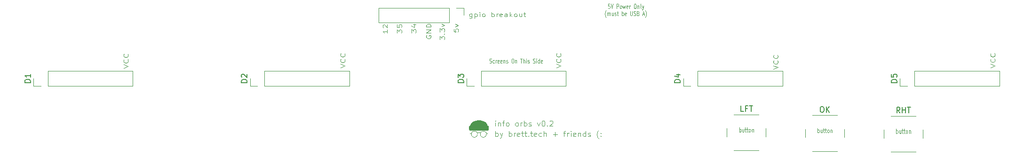
<source format=gbr>
%TF.GenerationSoftware,KiCad,Pcbnew,8.0.5*%
%TF.CreationDate,2024-09-09T18:49:11+02:00*%
%TF.ProjectId,info_orbs,696e666f-5f6f-4726-9273-2e6b69636164,rev?*%
%TF.SameCoordinates,Original*%
%TF.FileFunction,Legend,Top*%
%TF.FilePolarity,Positive*%
%FSLAX46Y46*%
G04 Gerber Fmt 4.6, Leading zero omitted, Abs format (unit mm)*
G04 Created by KiCad (PCBNEW 8.0.5) date 2024-09-09 18:49:11*
%MOMM*%
%LPD*%
G01*
G04 APERTURE LIST*
%ADD10C,0.100000*%
%ADD11C,0.150000*%
%ADD12C,0.120000*%
%ADD13C,0.000000*%
G04 APERTURE END LIST*
D10*
X119356895Y-67271353D02*
X119356895Y-66652306D01*
X119356895Y-66652306D02*
X119661657Y-66985639D01*
X119661657Y-66985639D02*
X119661657Y-66842782D01*
X119661657Y-66842782D02*
X119699752Y-66747544D01*
X119699752Y-66747544D02*
X119737847Y-66699925D01*
X119737847Y-66699925D02*
X119814038Y-66652306D01*
X119814038Y-66652306D02*
X120004514Y-66652306D01*
X120004514Y-66652306D02*
X120080704Y-66699925D01*
X120080704Y-66699925D02*
X120118800Y-66747544D01*
X120118800Y-66747544D02*
X120156895Y-66842782D01*
X120156895Y-66842782D02*
X120156895Y-67128496D01*
X120156895Y-67128496D02*
X120118800Y-67223734D01*
X120118800Y-67223734D02*
X120080704Y-67271353D01*
X120080704Y-66223734D02*
X120118800Y-66176115D01*
X120118800Y-66176115D02*
X120156895Y-66223734D01*
X120156895Y-66223734D02*
X120118800Y-66271353D01*
X120118800Y-66271353D02*
X120080704Y-66223734D01*
X120080704Y-66223734D02*
X120156895Y-66223734D01*
X119356895Y-65842782D02*
X119356895Y-65223735D01*
X119356895Y-65223735D02*
X119661657Y-65557068D01*
X119661657Y-65557068D02*
X119661657Y-65414211D01*
X119661657Y-65414211D02*
X119699752Y-65318973D01*
X119699752Y-65318973D02*
X119737847Y-65271354D01*
X119737847Y-65271354D02*
X119814038Y-65223735D01*
X119814038Y-65223735D02*
X120004514Y-65223735D01*
X120004514Y-65223735D02*
X120080704Y-65271354D01*
X120080704Y-65271354D02*
X120118800Y-65318973D01*
X120118800Y-65318973D02*
X120156895Y-65414211D01*
X120156895Y-65414211D02*
X120156895Y-65699925D01*
X120156895Y-65699925D02*
X120118800Y-65795163D01*
X120118800Y-65795163D02*
X120080704Y-65842782D01*
X119623561Y-64890401D02*
X120156895Y-64652306D01*
X120156895Y-64652306D02*
X119623561Y-64414211D01*
X101456895Y-72318972D02*
X102256895Y-71985639D01*
X102256895Y-71985639D02*
X101456895Y-71652306D01*
X102180704Y-70747544D02*
X102218800Y-70795163D01*
X102218800Y-70795163D02*
X102256895Y-70938020D01*
X102256895Y-70938020D02*
X102256895Y-71033258D01*
X102256895Y-71033258D02*
X102218800Y-71176115D01*
X102218800Y-71176115D02*
X102142609Y-71271353D01*
X102142609Y-71271353D02*
X102066419Y-71318972D01*
X102066419Y-71318972D02*
X101914038Y-71366591D01*
X101914038Y-71366591D02*
X101799752Y-71366591D01*
X101799752Y-71366591D02*
X101647371Y-71318972D01*
X101647371Y-71318972D02*
X101571180Y-71271353D01*
X101571180Y-71271353D02*
X101494990Y-71176115D01*
X101494990Y-71176115D02*
X101456895Y-71033258D01*
X101456895Y-71033258D02*
X101456895Y-70938020D01*
X101456895Y-70938020D02*
X101494990Y-70795163D01*
X101494990Y-70795163D02*
X101533085Y-70747544D01*
X102180704Y-69747544D02*
X102218800Y-69795163D01*
X102218800Y-69795163D02*
X102256895Y-69938020D01*
X102256895Y-69938020D02*
X102256895Y-70033258D01*
X102256895Y-70033258D02*
X102218800Y-70176115D01*
X102218800Y-70176115D02*
X102142609Y-70271353D01*
X102142609Y-70271353D02*
X102066419Y-70318972D01*
X102066419Y-70318972D02*
X101914038Y-70366591D01*
X101914038Y-70366591D02*
X101799752Y-70366591D01*
X101799752Y-70366591D02*
X101647371Y-70318972D01*
X101647371Y-70318972D02*
X101571180Y-70271353D01*
X101571180Y-70271353D02*
X101494990Y-70176115D01*
X101494990Y-70176115D02*
X101456895Y-70033258D01*
X101456895Y-70033258D02*
X101456895Y-69938020D01*
X101456895Y-69938020D02*
X101494990Y-69795163D01*
X101494990Y-69795163D02*
X101533085Y-69747544D01*
X173214286Y-83896895D02*
X173214286Y-83096895D01*
X173214286Y-83401657D02*
X173271429Y-83363561D01*
X173271429Y-83363561D02*
X173385714Y-83363561D01*
X173385714Y-83363561D02*
X173442857Y-83401657D01*
X173442857Y-83401657D02*
X173471429Y-83439752D01*
X173471429Y-83439752D02*
X173500000Y-83515942D01*
X173500000Y-83515942D02*
X173500000Y-83744514D01*
X173500000Y-83744514D02*
X173471429Y-83820704D01*
X173471429Y-83820704D02*
X173442857Y-83858800D01*
X173442857Y-83858800D02*
X173385714Y-83896895D01*
X173385714Y-83896895D02*
X173271429Y-83896895D01*
X173271429Y-83896895D02*
X173214286Y-83858800D01*
X174014286Y-83363561D02*
X174014286Y-83896895D01*
X173757143Y-83363561D02*
X173757143Y-83782609D01*
X173757143Y-83782609D02*
X173785714Y-83858800D01*
X173785714Y-83858800D02*
X173842857Y-83896895D01*
X173842857Y-83896895D02*
X173928571Y-83896895D01*
X173928571Y-83896895D02*
X173985714Y-83858800D01*
X173985714Y-83858800D02*
X174014286Y-83820704D01*
X174214285Y-83363561D02*
X174442857Y-83363561D01*
X174300000Y-83096895D02*
X174300000Y-83782609D01*
X174300000Y-83782609D02*
X174328571Y-83858800D01*
X174328571Y-83858800D02*
X174385714Y-83896895D01*
X174385714Y-83896895D02*
X174442857Y-83896895D01*
X174557142Y-83363561D02*
X174785714Y-83363561D01*
X174642857Y-83096895D02*
X174642857Y-83782609D01*
X174642857Y-83782609D02*
X174671428Y-83858800D01*
X174671428Y-83858800D02*
X174728571Y-83896895D01*
X174728571Y-83896895D02*
X174785714Y-83896895D01*
X175071428Y-83896895D02*
X175014285Y-83858800D01*
X175014285Y-83858800D02*
X174985714Y-83820704D01*
X174985714Y-83820704D02*
X174957142Y-83744514D01*
X174957142Y-83744514D02*
X174957142Y-83515942D01*
X174957142Y-83515942D02*
X174985714Y-83439752D01*
X174985714Y-83439752D02*
X175014285Y-83401657D01*
X175014285Y-83401657D02*
X175071428Y-83363561D01*
X175071428Y-83363561D02*
X175157142Y-83363561D01*
X175157142Y-83363561D02*
X175214285Y-83401657D01*
X175214285Y-83401657D02*
X175242857Y-83439752D01*
X175242857Y-83439752D02*
X175271428Y-83515942D01*
X175271428Y-83515942D02*
X175271428Y-83744514D01*
X175271428Y-83744514D02*
X175242857Y-83820704D01*
X175242857Y-83820704D02*
X175214285Y-83858800D01*
X175214285Y-83858800D02*
X175157142Y-83896895D01*
X175157142Y-83896895D02*
X175071428Y-83896895D01*
X175528571Y-83363561D02*
X175528571Y-83896895D01*
X175528571Y-83439752D02*
X175557142Y-83401657D01*
X175557142Y-83401657D02*
X175614285Y-83363561D01*
X175614285Y-83363561D02*
X175699999Y-83363561D01*
X175699999Y-83363561D02*
X175757142Y-83401657D01*
X175757142Y-83401657D02*
X175785714Y-83477847D01*
X175785714Y-83477847D02*
X175785714Y-83896895D01*
X187339286Y-84021895D02*
X187339286Y-83221895D01*
X187339286Y-83526657D02*
X187396429Y-83488561D01*
X187396429Y-83488561D02*
X187510714Y-83488561D01*
X187510714Y-83488561D02*
X187567857Y-83526657D01*
X187567857Y-83526657D02*
X187596429Y-83564752D01*
X187596429Y-83564752D02*
X187625000Y-83640942D01*
X187625000Y-83640942D02*
X187625000Y-83869514D01*
X187625000Y-83869514D02*
X187596429Y-83945704D01*
X187596429Y-83945704D02*
X187567857Y-83983800D01*
X187567857Y-83983800D02*
X187510714Y-84021895D01*
X187510714Y-84021895D02*
X187396429Y-84021895D01*
X187396429Y-84021895D02*
X187339286Y-83983800D01*
X188139286Y-83488561D02*
X188139286Y-84021895D01*
X187882143Y-83488561D02*
X187882143Y-83907609D01*
X187882143Y-83907609D02*
X187910714Y-83983800D01*
X187910714Y-83983800D02*
X187967857Y-84021895D01*
X187967857Y-84021895D02*
X188053571Y-84021895D01*
X188053571Y-84021895D02*
X188110714Y-83983800D01*
X188110714Y-83983800D02*
X188139286Y-83945704D01*
X188339285Y-83488561D02*
X188567857Y-83488561D01*
X188425000Y-83221895D02*
X188425000Y-83907609D01*
X188425000Y-83907609D02*
X188453571Y-83983800D01*
X188453571Y-83983800D02*
X188510714Y-84021895D01*
X188510714Y-84021895D02*
X188567857Y-84021895D01*
X188682142Y-83488561D02*
X188910714Y-83488561D01*
X188767857Y-83221895D02*
X188767857Y-83907609D01*
X188767857Y-83907609D02*
X188796428Y-83983800D01*
X188796428Y-83983800D02*
X188853571Y-84021895D01*
X188853571Y-84021895D02*
X188910714Y-84021895D01*
X189196428Y-84021895D02*
X189139285Y-83983800D01*
X189139285Y-83983800D02*
X189110714Y-83945704D01*
X189110714Y-83945704D02*
X189082142Y-83869514D01*
X189082142Y-83869514D02*
X189082142Y-83640942D01*
X189082142Y-83640942D02*
X189110714Y-83564752D01*
X189110714Y-83564752D02*
X189139285Y-83526657D01*
X189139285Y-83526657D02*
X189196428Y-83488561D01*
X189196428Y-83488561D02*
X189282142Y-83488561D01*
X189282142Y-83488561D02*
X189339285Y-83526657D01*
X189339285Y-83526657D02*
X189367857Y-83564752D01*
X189367857Y-83564752D02*
X189396428Y-83640942D01*
X189396428Y-83640942D02*
X189396428Y-83869514D01*
X189396428Y-83869514D02*
X189367857Y-83945704D01*
X189367857Y-83945704D02*
X189339285Y-83983800D01*
X189339285Y-83983800D02*
X189282142Y-84021895D01*
X189282142Y-84021895D02*
X189196428Y-84021895D01*
X189653571Y-83488561D02*
X189653571Y-84021895D01*
X189653571Y-83564752D02*
X189682142Y-83526657D01*
X189682142Y-83526657D02*
X189739285Y-83488561D01*
X189739285Y-83488561D02*
X189824999Y-83488561D01*
X189824999Y-83488561D02*
X189882142Y-83526657D01*
X189882142Y-83526657D02*
X189910714Y-83602847D01*
X189910714Y-83602847D02*
X189910714Y-84021895D01*
X149918571Y-60838940D02*
X149632857Y-60838940D01*
X149632857Y-60838940D02*
X149604285Y-61219892D01*
X149604285Y-61219892D02*
X149632857Y-61181797D01*
X149632857Y-61181797D02*
X149690000Y-61143702D01*
X149690000Y-61143702D02*
X149832857Y-61143702D01*
X149832857Y-61143702D02*
X149890000Y-61181797D01*
X149890000Y-61181797D02*
X149918571Y-61219892D01*
X149918571Y-61219892D02*
X149947142Y-61296083D01*
X149947142Y-61296083D02*
X149947142Y-61486559D01*
X149947142Y-61486559D02*
X149918571Y-61562749D01*
X149918571Y-61562749D02*
X149890000Y-61600845D01*
X149890000Y-61600845D02*
X149832857Y-61638940D01*
X149832857Y-61638940D02*
X149690000Y-61638940D01*
X149690000Y-61638940D02*
X149632857Y-61600845D01*
X149632857Y-61600845D02*
X149604285Y-61562749D01*
X150118571Y-60838940D02*
X150318571Y-61638940D01*
X150318571Y-61638940D02*
X150518571Y-60838940D01*
X151175715Y-61638940D02*
X151175715Y-60838940D01*
X151175715Y-60838940D02*
X151404286Y-60838940D01*
X151404286Y-60838940D02*
X151461429Y-60877035D01*
X151461429Y-60877035D02*
X151490000Y-60915130D01*
X151490000Y-60915130D02*
X151518572Y-60991321D01*
X151518572Y-60991321D02*
X151518572Y-61105606D01*
X151518572Y-61105606D02*
X151490000Y-61181797D01*
X151490000Y-61181797D02*
X151461429Y-61219892D01*
X151461429Y-61219892D02*
X151404286Y-61257987D01*
X151404286Y-61257987D02*
X151175715Y-61257987D01*
X151861429Y-61638940D02*
X151804286Y-61600845D01*
X151804286Y-61600845D02*
X151775715Y-61562749D01*
X151775715Y-61562749D02*
X151747143Y-61486559D01*
X151747143Y-61486559D02*
X151747143Y-61257987D01*
X151747143Y-61257987D02*
X151775715Y-61181797D01*
X151775715Y-61181797D02*
X151804286Y-61143702D01*
X151804286Y-61143702D02*
X151861429Y-61105606D01*
X151861429Y-61105606D02*
X151947143Y-61105606D01*
X151947143Y-61105606D02*
X152004286Y-61143702D01*
X152004286Y-61143702D02*
X152032858Y-61181797D01*
X152032858Y-61181797D02*
X152061429Y-61257987D01*
X152061429Y-61257987D02*
X152061429Y-61486559D01*
X152061429Y-61486559D02*
X152032858Y-61562749D01*
X152032858Y-61562749D02*
X152004286Y-61600845D01*
X152004286Y-61600845D02*
X151947143Y-61638940D01*
X151947143Y-61638940D02*
X151861429Y-61638940D01*
X152261429Y-61105606D02*
X152375715Y-61638940D01*
X152375715Y-61638940D02*
X152490000Y-61257987D01*
X152490000Y-61257987D02*
X152604286Y-61638940D01*
X152604286Y-61638940D02*
X152718572Y-61105606D01*
X153175714Y-61600845D02*
X153118571Y-61638940D01*
X153118571Y-61638940D02*
X153004286Y-61638940D01*
X153004286Y-61638940D02*
X152947143Y-61600845D01*
X152947143Y-61600845D02*
X152918571Y-61524654D01*
X152918571Y-61524654D02*
X152918571Y-61219892D01*
X152918571Y-61219892D02*
X152947143Y-61143702D01*
X152947143Y-61143702D02*
X153004286Y-61105606D01*
X153004286Y-61105606D02*
X153118571Y-61105606D01*
X153118571Y-61105606D02*
X153175714Y-61143702D01*
X153175714Y-61143702D02*
X153204286Y-61219892D01*
X153204286Y-61219892D02*
X153204286Y-61296083D01*
X153204286Y-61296083D02*
X152918571Y-61372273D01*
X153461429Y-61638940D02*
X153461429Y-61105606D01*
X153461429Y-61257987D02*
X153490000Y-61181797D01*
X153490000Y-61181797D02*
X153518572Y-61143702D01*
X153518572Y-61143702D02*
X153575714Y-61105606D01*
X153575714Y-61105606D02*
X153632857Y-61105606D01*
X154404286Y-60838940D02*
X154518572Y-60838940D01*
X154518572Y-60838940D02*
X154575715Y-60877035D01*
X154575715Y-60877035D02*
X154632858Y-60953225D01*
X154632858Y-60953225D02*
X154661429Y-61105606D01*
X154661429Y-61105606D02*
X154661429Y-61372273D01*
X154661429Y-61372273D02*
X154632858Y-61524654D01*
X154632858Y-61524654D02*
X154575715Y-61600845D01*
X154575715Y-61600845D02*
X154518572Y-61638940D01*
X154518572Y-61638940D02*
X154404286Y-61638940D01*
X154404286Y-61638940D02*
X154347144Y-61600845D01*
X154347144Y-61600845D02*
X154290001Y-61524654D01*
X154290001Y-61524654D02*
X154261429Y-61372273D01*
X154261429Y-61372273D02*
X154261429Y-61105606D01*
X154261429Y-61105606D02*
X154290001Y-60953225D01*
X154290001Y-60953225D02*
X154347144Y-60877035D01*
X154347144Y-60877035D02*
X154404286Y-60838940D01*
X154918572Y-61105606D02*
X154918572Y-61638940D01*
X154918572Y-61181797D02*
X154947143Y-61143702D01*
X154947143Y-61143702D02*
X155004286Y-61105606D01*
X155004286Y-61105606D02*
X155090000Y-61105606D01*
X155090000Y-61105606D02*
X155147143Y-61143702D01*
X155147143Y-61143702D02*
X155175715Y-61219892D01*
X155175715Y-61219892D02*
X155175715Y-61638940D01*
X155547143Y-61638940D02*
X155490000Y-61600845D01*
X155490000Y-61600845D02*
X155461429Y-61524654D01*
X155461429Y-61524654D02*
X155461429Y-60838940D01*
X155718572Y-61105606D02*
X155861429Y-61638940D01*
X156004286Y-61105606D02*
X155861429Y-61638940D01*
X155861429Y-61638940D02*
X155804286Y-61829416D01*
X155804286Y-61829416D02*
X155775715Y-61867511D01*
X155775715Y-61867511D02*
X155718572Y-61905606D01*
X149247142Y-63231657D02*
X149218571Y-63193561D01*
X149218571Y-63193561D02*
X149161428Y-63079276D01*
X149161428Y-63079276D02*
X149132857Y-63003085D01*
X149132857Y-63003085D02*
X149104285Y-62888800D01*
X149104285Y-62888800D02*
X149075714Y-62698323D01*
X149075714Y-62698323D02*
X149075714Y-62545942D01*
X149075714Y-62545942D02*
X149104285Y-62355466D01*
X149104285Y-62355466D02*
X149132857Y-62241180D01*
X149132857Y-62241180D02*
X149161428Y-62164990D01*
X149161428Y-62164990D02*
X149218571Y-62050704D01*
X149218571Y-62050704D02*
X149247142Y-62012609D01*
X149475714Y-62926895D02*
X149475714Y-62393561D01*
X149475714Y-62469752D02*
X149504285Y-62431657D01*
X149504285Y-62431657D02*
X149561428Y-62393561D01*
X149561428Y-62393561D02*
X149647142Y-62393561D01*
X149647142Y-62393561D02*
X149704285Y-62431657D01*
X149704285Y-62431657D02*
X149732857Y-62507847D01*
X149732857Y-62507847D02*
X149732857Y-62926895D01*
X149732857Y-62507847D02*
X149761428Y-62431657D01*
X149761428Y-62431657D02*
X149818571Y-62393561D01*
X149818571Y-62393561D02*
X149904285Y-62393561D01*
X149904285Y-62393561D02*
X149961428Y-62431657D01*
X149961428Y-62431657D02*
X149989999Y-62507847D01*
X149989999Y-62507847D02*
X149989999Y-62926895D01*
X150532857Y-62393561D02*
X150532857Y-62926895D01*
X150275714Y-62393561D02*
X150275714Y-62812609D01*
X150275714Y-62812609D02*
X150304285Y-62888800D01*
X150304285Y-62888800D02*
X150361428Y-62926895D01*
X150361428Y-62926895D02*
X150447142Y-62926895D01*
X150447142Y-62926895D02*
X150504285Y-62888800D01*
X150504285Y-62888800D02*
X150532857Y-62850704D01*
X150789999Y-62888800D02*
X150847142Y-62926895D01*
X150847142Y-62926895D02*
X150961428Y-62926895D01*
X150961428Y-62926895D02*
X151018571Y-62888800D01*
X151018571Y-62888800D02*
X151047142Y-62812609D01*
X151047142Y-62812609D02*
X151047142Y-62774514D01*
X151047142Y-62774514D02*
X151018571Y-62698323D01*
X151018571Y-62698323D02*
X150961428Y-62660228D01*
X150961428Y-62660228D02*
X150875714Y-62660228D01*
X150875714Y-62660228D02*
X150818571Y-62622133D01*
X150818571Y-62622133D02*
X150789999Y-62545942D01*
X150789999Y-62545942D02*
X150789999Y-62507847D01*
X150789999Y-62507847D02*
X150818571Y-62431657D01*
X150818571Y-62431657D02*
X150875714Y-62393561D01*
X150875714Y-62393561D02*
X150961428Y-62393561D01*
X150961428Y-62393561D02*
X151018571Y-62431657D01*
X151218570Y-62393561D02*
X151447142Y-62393561D01*
X151304285Y-62126895D02*
X151304285Y-62812609D01*
X151304285Y-62812609D02*
X151332856Y-62888800D01*
X151332856Y-62888800D02*
X151389999Y-62926895D01*
X151389999Y-62926895D02*
X151447142Y-62926895D01*
X152104285Y-62926895D02*
X152104285Y-62126895D01*
X152104285Y-62431657D02*
X152161428Y-62393561D01*
X152161428Y-62393561D02*
X152275713Y-62393561D01*
X152275713Y-62393561D02*
X152332856Y-62431657D01*
X152332856Y-62431657D02*
X152361428Y-62469752D01*
X152361428Y-62469752D02*
X152389999Y-62545942D01*
X152389999Y-62545942D02*
X152389999Y-62774514D01*
X152389999Y-62774514D02*
X152361428Y-62850704D01*
X152361428Y-62850704D02*
X152332856Y-62888800D01*
X152332856Y-62888800D02*
X152275713Y-62926895D01*
X152275713Y-62926895D02*
X152161428Y-62926895D01*
X152161428Y-62926895D02*
X152104285Y-62888800D01*
X152875713Y-62888800D02*
X152818570Y-62926895D01*
X152818570Y-62926895D02*
X152704285Y-62926895D01*
X152704285Y-62926895D02*
X152647142Y-62888800D01*
X152647142Y-62888800D02*
X152618570Y-62812609D01*
X152618570Y-62812609D02*
X152618570Y-62507847D01*
X152618570Y-62507847D02*
X152647142Y-62431657D01*
X152647142Y-62431657D02*
X152704285Y-62393561D01*
X152704285Y-62393561D02*
X152818570Y-62393561D01*
X152818570Y-62393561D02*
X152875713Y-62431657D01*
X152875713Y-62431657D02*
X152904285Y-62507847D01*
X152904285Y-62507847D02*
X152904285Y-62584038D01*
X152904285Y-62584038D02*
X152618570Y-62660228D01*
X153618571Y-62126895D02*
X153618571Y-62774514D01*
X153618571Y-62774514D02*
X153647142Y-62850704D01*
X153647142Y-62850704D02*
X153675714Y-62888800D01*
X153675714Y-62888800D02*
X153732856Y-62926895D01*
X153732856Y-62926895D02*
X153847142Y-62926895D01*
X153847142Y-62926895D02*
X153904285Y-62888800D01*
X153904285Y-62888800D02*
X153932856Y-62850704D01*
X153932856Y-62850704D02*
X153961428Y-62774514D01*
X153961428Y-62774514D02*
X153961428Y-62126895D01*
X154218570Y-62888800D02*
X154304285Y-62926895D01*
X154304285Y-62926895D02*
X154447142Y-62926895D01*
X154447142Y-62926895D02*
X154504285Y-62888800D01*
X154504285Y-62888800D02*
X154532856Y-62850704D01*
X154532856Y-62850704D02*
X154561427Y-62774514D01*
X154561427Y-62774514D02*
X154561427Y-62698323D01*
X154561427Y-62698323D02*
X154532856Y-62622133D01*
X154532856Y-62622133D02*
X154504285Y-62584038D01*
X154504285Y-62584038D02*
X154447142Y-62545942D01*
X154447142Y-62545942D02*
X154332856Y-62507847D01*
X154332856Y-62507847D02*
X154275713Y-62469752D01*
X154275713Y-62469752D02*
X154247142Y-62431657D01*
X154247142Y-62431657D02*
X154218570Y-62355466D01*
X154218570Y-62355466D02*
X154218570Y-62279276D01*
X154218570Y-62279276D02*
X154247142Y-62203085D01*
X154247142Y-62203085D02*
X154275713Y-62164990D01*
X154275713Y-62164990D02*
X154332856Y-62126895D01*
X154332856Y-62126895D02*
X154475713Y-62126895D01*
X154475713Y-62126895D02*
X154561427Y-62164990D01*
X155018571Y-62507847D02*
X155104285Y-62545942D01*
X155104285Y-62545942D02*
X155132856Y-62584038D01*
X155132856Y-62584038D02*
X155161428Y-62660228D01*
X155161428Y-62660228D02*
X155161428Y-62774514D01*
X155161428Y-62774514D02*
X155132856Y-62850704D01*
X155132856Y-62850704D02*
X155104285Y-62888800D01*
X155104285Y-62888800D02*
X155047142Y-62926895D01*
X155047142Y-62926895D02*
X154818571Y-62926895D01*
X154818571Y-62926895D02*
X154818571Y-62126895D01*
X154818571Y-62126895D02*
X155018571Y-62126895D01*
X155018571Y-62126895D02*
X155075714Y-62164990D01*
X155075714Y-62164990D02*
X155104285Y-62203085D01*
X155104285Y-62203085D02*
X155132856Y-62279276D01*
X155132856Y-62279276D02*
X155132856Y-62355466D01*
X155132856Y-62355466D02*
X155104285Y-62431657D01*
X155104285Y-62431657D02*
X155075714Y-62469752D01*
X155075714Y-62469752D02*
X155018571Y-62507847D01*
X155018571Y-62507847D02*
X154818571Y-62507847D01*
X155847142Y-62698323D02*
X156132857Y-62698323D01*
X155789999Y-62926895D02*
X155989999Y-62126895D01*
X155989999Y-62126895D02*
X156189999Y-62926895D01*
X156332857Y-63231657D02*
X156361428Y-63193561D01*
X156361428Y-63193561D02*
X156418571Y-63079276D01*
X156418571Y-63079276D02*
X156447143Y-63003085D01*
X156447143Y-63003085D02*
X156475714Y-62888800D01*
X156475714Y-62888800D02*
X156504285Y-62698323D01*
X156504285Y-62698323D02*
X156504285Y-62545942D01*
X156504285Y-62545942D02*
X156475714Y-62355466D01*
X156475714Y-62355466D02*
X156447143Y-62241180D01*
X156447143Y-62241180D02*
X156418571Y-62164990D01*
X156418571Y-62164990D02*
X156361428Y-62050704D01*
X156361428Y-62050704D02*
X156332857Y-62012609D01*
X62426895Y-72398972D02*
X63226895Y-72065639D01*
X63226895Y-72065639D02*
X62426895Y-71732306D01*
X63150704Y-70827544D02*
X63188800Y-70875163D01*
X63188800Y-70875163D02*
X63226895Y-71018020D01*
X63226895Y-71018020D02*
X63226895Y-71113258D01*
X63226895Y-71113258D02*
X63188800Y-71256115D01*
X63188800Y-71256115D02*
X63112609Y-71351353D01*
X63112609Y-71351353D02*
X63036419Y-71398972D01*
X63036419Y-71398972D02*
X62884038Y-71446591D01*
X62884038Y-71446591D02*
X62769752Y-71446591D01*
X62769752Y-71446591D02*
X62617371Y-71398972D01*
X62617371Y-71398972D02*
X62541180Y-71351353D01*
X62541180Y-71351353D02*
X62464990Y-71256115D01*
X62464990Y-71256115D02*
X62426895Y-71113258D01*
X62426895Y-71113258D02*
X62426895Y-71018020D01*
X62426895Y-71018020D02*
X62464990Y-70875163D01*
X62464990Y-70875163D02*
X62503085Y-70827544D01*
X63150704Y-69827544D02*
X63188800Y-69875163D01*
X63188800Y-69875163D02*
X63226895Y-70018020D01*
X63226895Y-70018020D02*
X63226895Y-70113258D01*
X63226895Y-70113258D02*
X63188800Y-70256115D01*
X63188800Y-70256115D02*
X63112609Y-70351353D01*
X63112609Y-70351353D02*
X63036419Y-70398972D01*
X63036419Y-70398972D02*
X62884038Y-70446591D01*
X62884038Y-70446591D02*
X62769752Y-70446591D01*
X62769752Y-70446591D02*
X62617371Y-70398972D01*
X62617371Y-70398972D02*
X62541180Y-70351353D01*
X62541180Y-70351353D02*
X62464990Y-70256115D01*
X62464990Y-70256115D02*
X62426895Y-70113258D01*
X62426895Y-70113258D02*
X62426895Y-70018020D01*
X62426895Y-70018020D02*
X62464990Y-69875163D01*
X62464990Y-69875163D02*
X62503085Y-69827544D01*
X109876895Y-65482306D02*
X109876895Y-66053734D01*
X109876895Y-65768020D02*
X109076895Y-65768020D01*
X109076895Y-65768020D02*
X109191180Y-65863258D01*
X109191180Y-65863258D02*
X109267371Y-65958496D01*
X109267371Y-65958496D02*
X109305466Y-66053734D01*
X109153085Y-65101353D02*
X109114990Y-65053734D01*
X109114990Y-65053734D02*
X109076895Y-64958496D01*
X109076895Y-64958496D02*
X109076895Y-64720401D01*
X109076895Y-64720401D02*
X109114990Y-64625163D01*
X109114990Y-64625163D02*
X109153085Y-64577544D01*
X109153085Y-64577544D02*
X109229276Y-64529925D01*
X109229276Y-64529925D02*
X109305466Y-64529925D01*
X109305466Y-64529925D02*
X109419752Y-64577544D01*
X109419752Y-64577544D02*
X109876895Y-65148972D01*
X109876895Y-65148972D02*
X109876895Y-64529925D01*
X114236895Y-66021353D02*
X114236895Y-65402306D01*
X114236895Y-65402306D02*
X114541657Y-65735639D01*
X114541657Y-65735639D02*
X114541657Y-65592782D01*
X114541657Y-65592782D02*
X114579752Y-65497544D01*
X114579752Y-65497544D02*
X114617847Y-65449925D01*
X114617847Y-65449925D02*
X114694038Y-65402306D01*
X114694038Y-65402306D02*
X114884514Y-65402306D01*
X114884514Y-65402306D02*
X114960704Y-65449925D01*
X114960704Y-65449925D02*
X114998800Y-65497544D01*
X114998800Y-65497544D02*
X115036895Y-65592782D01*
X115036895Y-65592782D02*
X115036895Y-65878496D01*
X115036895Y-65878496D02*
X114998800Y-65973734D01*
X114998800Y-65973734D02*
X114960704Y-66021353D01*
X114503561Y-64545163D02*
X115036895Y-64545163D01*
X114198800Y-64783258D02*
X114770228Y-65021353D01*
X114770228Y-65021353D02*
X114770228Y-64402306D01*
X140296895Y-72318972D02*
X141096895Y-71985639D01*
X141096895Y-71985639D02*
X140296895Y-71652306D01*
X141020704Y-70747544D02*
X141058800Y-70795163D01*
X141058800Y-70795163D02*
X141096895Y-70938020D01*
X141096895Y-70938020D02*
X141096895Y-71033258D01*
X141096895Y-71033258D02*
X141058800Y-71176115D01*
X141058800Y-71176115D02*
X140982609Y-71271353D01*
X140982609Y-71271353D02*
X140906419Y-71318972D01*
X140906419Y-71318972D02*
X140754038Y-71366591D01*
X140754038Y-71366591D02*
X140639752Y-71366591D01*
X140639752Y-71366591D02*
X140487371Y-71318972D01*
X140487371Y-71318972D02*
X140411180Y-71271353D01*
X140411180Y-71271353D02*
X140334990Y-71176115D01*
X140334990Y-71176115D02*
X140296895Y-71033258D01*
X140296895Y-71033258D02*
X140296895Y-70938020D01*
X140296895Y-70938020D02*
X140334990Y-70795163D01*
X140334990Y-70795163D02*
X140373085Y-70747544D01*
X141020704Y-69747544D02*
X141058800Y-69795163D01*
X141058800Y-69795163D02*
X141096895Y-69938020D01*
X141096895Y-69938020D02*
X141096895Y-70033258D01*
X141096895Y-70033258D02*
X141058800Y-70176115D01*
X141058800Y-70176115D02*
X140982609Y-70271353D01*
X140982609Y-70271353D02*
X140906419Y-70318972D01*
X140906419Y-70318972D02*
X140754038Y-70366591D01*
X140754038Y-70366591D02*
X140639752Y-70366591D01*
X140639752Y-70366591D02*
X140487371Y-70318972D01*
X140487371Y-70318972D02*
X140411180Y-70271353D01*
X140411180Y-70271353D02*
X140334990Y-70176115D01*
X140334990Y-70176115D02*
X140296895Y-70033258D01*
X140296895Y-70033258D02*
X140296895Y-69938020D01*
X140296895Y-69938020D02*
X140334990Y-69795163D01*
X140334990Y-69795163D02*
X140373085Y-69747544D01*
X121826895Y-65329925D02*
X121826895Y-65806115D01*
X121826895Y-65806115D02*
X122207847Y-65853734D01*
X122207847Y-65853734D02*
X122169752Y-65806115D01*
X122169752Y-65806115D02*
X122131657Y-65710877D01*
X122131657Y-65710877D02*
X122131657Y-65472782D01*
X122131657Y-65472782D02*
X122169752Y-65377544D01*
X122169752Y-65377544D02*
X122207847Y-65329925D01*
X122207847Y-65329925D02*
X122284038Y-65282306D01*
X122284038Y-65282306D02*
X122474514Y-65282306D01*
X122474514Y-65282306D02*
X122550704Y-65329925D01*
X122550704Y-65329925D02*
X122588800Y-65377544D01*
X122588800Y-65377544D02*
X122626895Y-65472782D01*
X122626895Y-65472782D02*
X122626895Y-65710877D01*
X122626895Y-65710877D02*
X122588800Y-65806115D01*
X122588800Y-65806115D02*
X122550704Y-65853734D01*
X122093561Y-64948972D02*
X122626895Y-64710877D01*
X122626895Y-64710877D02*
X122093561Y-64472782D01*
X116944990Y-66512306D02*
X116906895Y-66607544D01*
X116906895Y-66607544D02*
X116906895Y-66750401D01*
X116906895Y-66750401D02*
X116944990Y-66893258D01*
X116944990Y-66893258D02*
X117021180Y-66988496D01*
X117021180Y-66988496D02*
X117097371Y-67036115D01*
X117097371Y-67036115D02*
X117249752Y-67083734D01*
X117249752Y-67083734D02*
X117364038Y-67083734D01*
X117364038Y-67083734D02*
X117516419Y-67036115D01*
X117516419Y-67036115D02*
X117592609Y-66988496D01*
X117592609Y-66988496D02*
X117668800Y-66893258D01*
X117668800Y-66893258D02*
X117706895Y-66750401D01*
X117706895Y-66750401D02*
X117706895Y-66655163D01*
X117706895Y-66655163D02*
X117668800Y-66512306D01*
X117668800Y-66512306D02*
X117630704Y-66464687D01*
X117630704Y-66464687D02*
X117364038Y-66464687D01*
X117364038Y-66464687D02*
X117364038Y-66655163D01*
X117706895Y-66036115D02*
X116906895Y-66036115D01*
X116906895Y-66036115D02*
X117706895Y-65464687D01*
X117706895Y-65464687D02*
X116906895Y-65464687D01*
X117706895Y-64988496D02*
X116906895Y-64988496D01*
X116906895Y-64988496D02*
X116906895Y-64750401D01*
X116906895Y-64750401D02*
X116944990Y-64607544D01*
X116944990Y-64607544D02*
X117021180Y-64512306D01*
X117021180Y-64512306D02*
X117097371Y-64464687D01*
X117097371Y-64464687D02*
X117249752Y-64417068D01*
X117249752Y-64417068D02*
X117364038Y-64417068D01*
X117364038Y-64417068D02*
X117516419Y-64464687D01*
X117516419Y-64464687D02*
X117592609Y-64512306D01*
X117592609Y-64512306D02*
X117668800Y-64607544D01*
X117668800Y-64607544D02*
X117706895Y-64750401D01*
X117706895Y-64750401D02*
X117706895Y-64988496D01*
X129333884Y-84712419D02*
X129333884Y-83712419D01*
X129333884Y-84093371D02*
X129429122Y-84045752D01*
X129429122Y-84045752D02*
X129619598Y-84045752D01*
X129619598Y-84045752D02*
X129714836Y-84093371D01*
X129714836Y-84093371D02*
X129762455Y-84140990D01*
X129762455Y-84140990D02*
X129810074Y-84236228D01*
X129810074Y-84236228D02*
X129810074Y-84521942D01*
X129810074Y-84521942D02*
X129762455Y-84617180D01*
X129762455Y-84617180D02*
X129714836Y-84664800D01*
X129714836Y-84664800D02*
X129619598Y-84712419D01*
X129619598Y-84712419D02*
X129429122Y-84712419D01*
X129429122Y-84712419D02*
X129333884Y-84664800D01*
X130143408Y-84045752D02*
X130381503Y-84712419D01*
X130619598Y-84045752D02*
X130381503Y-84712419D01*
X130381503Y-84712419D02*
X130286265Y-84950514D01*
X130286265Y-84950514D02*
X130238646Y-84998133D01*
X130238646Y-84998133D02*
X130143408Y-85045752D01*
X131762456Y-84712419D02*
X131762456Y-83712419D01*
X131762456Y-84093371D02*
X131857694Y-84045752D01*
X131857694Y-84045752D02*
X132048170Y-84045752D01*
X132048170Y-84045752D02*
X132143408Y-84093371D01*
X132143408Y-84093371D02*
X132191027Y-84140990D01*
X132191027Y-84140990D02*
X132238646Y-84236228D01*
X132238646Y-84236228D02*
X132238646Y-84521942D01*
X132238646Y-84521942D02*
X132191027Y-84617180D01*
X132191027Y-84617180D02*
X132143408Y-84664800D01*
X132143408Y-84664800D02*
X132048170Y-84712419D01*
X132048170Y-84712419D02*
X131857694Y-84712419D01*
X131857694Y-84712419D02*
X131762456Y-84664800D01*
X132667218Y-84712419D02*
X132667218Y-84045752D01*
X132667218Y-84236228D02*
X132714837Y-84140990D01*
X132714837Y-84140990D02*
X132762456Y-84093371D01*
X132762456Y-84093371D02*
X132857694Y-84045752D01*
X132857694Y-84045752D02*
X132952932Y-84045752D01*
X133667218Y-84664800D02*
X133571980Y-84712419D01*
X133571980Y-84712419D02*
X133381504Y-84712419D01*
X133381504Y-84712419D02*
X133286266Y-84664800D01*
X133286266Y-84664800D02*
X133238647Y-84569561D01*
X133238647Y-84569561D02*
X133238647Y-84188609D01*
X133238647Y-84188609D02*
X133286266Y-84093371D01*
X133286266Y-84093371D02*
X133381504Y-84045752D01*
X133381504Y-84045752D02*
X133571980Y-84045752D01*
X133571980Y-84045752D02*
X133667218Y-84093371D01*
X133667218Y-84093371D02*
X133714837Y-84188609D01*
X133714837Y-84188609D02*
X133714837Y-84283847D01*
X133714837Y-84283847D02*
X133238647Y-84379085D01*
X134000552Y-84045752D02*
X134381504Y-84045752D01*
X134143409Y-83712419D02*
X134143409Y-84569561D01*
X134143409Y-84569561D02*
X134191028Y-84664800D01*
X134191028Y-84664800D02*
X134286266Y-84712419D01*
X134286266Y-84712419D02*
X134381504Y-84712419D01*
X134571981Y-84045752D02*
X134952933Y-84045752D01*
X134714838Y-83712419D02*
X134714838Y-84569561D01*
X134714838Y-84569561D02*
X134762457Y-84664800D01*
X134762457Y-84664800D02*
X134857695Y-84712419D01*
X134857695Y-84712419D02*
X134952933Y-84712419D01*
X135286267Y-84617180D02*
X135333886Y-84664800D01*
X135333886Y-84664800D02*
X135286267Y-84712419D01*
X135286267Y-84712419D02*
X135238648Y-84664800D01*
X135238648Y-84664800D02*
X135286267Y-84617180D01*
X135286267Y-84617180D02*
X135286267Y-84712419D01*
X135619600Y-84045752D02*
X136000552Y-84045752D01*
X135762457Y-83712419D02*
X135762457Y-84569561D01*
X135762457Y-84569561D02*
X135810076Y-84664800D01*
X135810076Y-84664800D02*
X135905314Y-84712419D01*
X135905314Y-84712419D02*
X136000552Y-84712419D01*
X136714838Y-84664800D02*
X136619600Y-84712419D01*
X136619600Y-84712419D02*
X136429124Y-84712419D01*
X136429124Y-84712419D02*
X136333886Y-84664800D01*
X136333886Y-84664800D02*
X136286267Y-84569561D01*
X136286267Y-84569561D02*
X136286267Y-84188609D01*
X136286267Y-84188609D02*
X136333886Y-84093371D01*
X136333886Y-84093371D02*
X136429124Y-84045752D01*
X136429124Y-84045752D02*
X136619600Y-84045752D01*
X136619600Y-84045752D02*
X136714838Y-84093371D01*
X136714838Y-84093371D02*
X136762457Y-84188609D01*
X136762457Y-84188609D02*
X136762457Y-84283847D01*
X136762457Y-84283847D02*
X136286267Y-84379085D01*
X137619600Y-84664800D02*
X137524362Y-84712419D01*
X137524362Y-84712419D02*
X137333886Y-84712419D01*
X137333886Y-84712419D02*
X137238648Y-84664800D01*
X137238648Y-84664800D02*
X137191029Y-84617180D01*
X137191029Y-84617180D02*
X137143410Y-84521942D01*
X137143410Y-84521942D02*
X137143410Y-84236228D01*
X137143410Y-84236228D02*
X137191029Y-84140990D01*
X137191029Y-84140990D02*
X137238648Y-84093371D01*
X137238648Y-84093371D02*
X137333886Y-84045752D01*
X137333886Y-84045752D02*
X137524362Y-84045752D01*
X137524362Y-84045752D02*
X137619600Y-84093371D01*
X138048172Y-84712419D02*
X138048172Y-83712419D01*
X138476743Y-84712419D02*
X138476743Y-84188609D01*
X138476743Y-84188609D02*
X138429124Y-84093371D01*
X138429124Y-84093371D02*
X138333886Y-84045752D01*
X138333886Y-84045752D02*
X138191029Y-84045752D01*
X138191029Y-84045752D02*
X138095791Y-84093371D01*
X138095791Y-84093371D02*
X138048172Y-84140990D01*
X139714839Y-84331466D02*
X140476744Y-84331466D01*
X140095791Y-84712419D02*
X140095791Y-83950514D01*
X141571982Y-84045752D02*
X141952934Y-84045752D01*
X141714839Y-84712419D02*
X141714839Y-83855276D01*
X141714839Y-83855276D02*
X141762458Y-83760038D01*
X141762458Y-83760038D02*
X141857696Y-83712419D01*
X141857696Y-83712419D02*
X141952934Y-83712419D01*
X142286268Y-84712419D02*
X142286268Y-84045752D01*
X142286268Y-84236228D02*
X142333887Y-84140990D01*
X142333887Y-84140990D02*
X142381506Y-84093371D01*
X142381506Y-84093371D02*
X142476744Y-84045752D01*
X142476744Y-84045752D02*
X142571982Y-84045752D01*
X142905316Y-84712419D02*
X142905316Y-84045752D01*
X142905316Y-83712419D02*
X142857697Y-83760038D01*
X142857697Y-83760038D02*
X142905316Y-83807657D01*
X142905316Y-83807657D02*
X142952935Y-83760038D01*
X142952935Y-83760038D02*
X142905316Y-83712419D01*
X142905316Y-83712419D02*
X142905316Y-83807657D01*
X143762458Y-84664800D02*
X143667220Y-84712419D01*
X143667220Y-84712419D02*
X143476744Y-84712419D01*
X143476744Y-84712419D02*
X143381506Y-84664800D01*
X143381506Y-84664800D02*
X143333887Y-84569561D01*
X143333887Y-84569561D02*
X143333887Y-84188609D01*
X143333887Y-84188609D02*
X143381506Y-84093371D01*
X143381506Y-84093371D02*
X143476744Y-84045752D01*
X143476744Y-84045752D02*
X143667220Y-84045752D01*
X143667220Y-84045752D02*
X143762458Y-84093371D01*
X143762458Y-84093371D02*
X143810077Y-84188609D01*
X143810077Y-84188609D02*
X143810077Y-84283847D01*
X143810077Y-84283847D02*
X143333887Y-84379085D01*
X144238649Y-84045752D02*
X144238649Y-84712419D01*
X144238649Y-84140990D02*
X144286268Y-84093371D01*
X144286268Y-84093371D02*
X144381506Y-84045752D01*
X144381506Y-84045752D02*
X144524363Y-84045752D01*
X144524363Y-84045752D02*
X144619601Y-84093371D01*
X144619601Y-84093371D02*
X144667220Y-84188609D01*
X144667220Y-84188609D02*
X144667220Y-84712419D01*
X145571982Y-84712419D02*
X145571982Y-83712419D01*
X145571982Y-84664800D02*
X145476744Y-84712419D01*
X145476744Y-84712419D02*
X145286268Y-84712419D01*
X145286268Y-84712419D02*
X145191030Y-84664800D01*
X145191030Y-84664800D02*
X145143411Y-84617180D01*
X145143411Y-84617180D02*
X145095792Y-84521942D01*
X145095792Y-84521942D02*
X145095792Y-84236228D01*
X145095792Y-84236228D02*
X145143411Y-84140990D01*
X145143411Y-84140990D02*
X145191030Y-84093371D01*
X145191030Y-84093371D02*
X145286268Y-84045752D01*
X145286268Y-84045752D02*
X145476744Y-84045752D01*
X145476744Y-84045752D02*
X145571982Y-84093371D01*
X146000554Y-84664800D02*
X146095792Y-84712419D01*
X146095792Y-84712419D02*
X146286268Y-84712419D01*
X146286268Y-84712419D02*
X146381506Y-84664800D01*
X146381506Y-84664800D02*
X146429125Y-84569561D01*
X146429125Y-84569561D02*
X146429125Y-84521942D01*
X146429125Y-84521942D02*
X146381506Y-84426704D01*
X146381506Y-84426704D02*
X146286268Y-84379085D01*
X146286268Y-84379085D02*
X146143411Y-84379085D01*
X146143411Y-84379085D02*
X146048173Y-84331466D01*
X146048173Y-84331466D02*
X146000554Y-84236228D01*
X146000554Y-84236228D02*
X146000554Y-84188609D01*
X146000554Y-84188609D02*
X146048173Y-84093371D01*
X146048173Y-84093371D02*
X146143411Y-84045752D01*
X146143411Y-84045752D02*
X146286268Y-84045752D01*
X146286268Y-84045752D02*
X146381506Y-84093371D01*
X147905316Y-85093371D02*
X147857697Y-85045752D01*
X147857697Y-85045752D02*
X147762459Y-84902895D01*
X147762459Y-84902895D02*
X147714840Y-84807657D01*
X147714840Y-84807657D02*
X147667221Y-84664800D01*
X147667221Y-84664800D02*
X147619602Y-84426704D01*
X147619602Y-84426704D02*
X147619602Y-84236228D01*
X147619602Y-84236228D02*
X147667221Y-83998133D01*
X147667221Y-83998133D02*
X147714840Y-83855276D01*
X147714840Y-83855276D02*
X147762459Y-83760038D01*
X147762459Y-83760038D02*
X147857697Y-83617180D01*
X147857697Y-83617180D02*
X147905316Y-83569561D01*
X148286269Y-84617180D02*
X148333888Y-84664800D01*
X148333888Y-84664800D02*
X148286269Y-84712419D01*
X148286269Y-84712419D02*
X148238650Y-84664800D01*
X148238650Y-84664800D02*
X148286269Y-84617180D01*
X148286269Y-84617180D02*
X148286269Y-84712419D01*
X148286269Y-84093371D02*
X148333888Y-84140990D01*
X148333888Y-84140990D02*
X148286269Y-84188609D01*
X148286269Y-84188609D02*
X148238650Y-84140990D01*
X148238650Y-84140990D02*
X148286269Y-84093371D01*
X148286269Y-84093371D02*
X148286269Y-84188609D01*
X201464286Y-84146895D02*
X201464286Y-83346895D01*
X201464286Y-83651657D02*
X201521429Y-83613561D01*
X201521429Y-83613561D02*
X201635714Y-83613561D01*
X201635714Y-83613561D02*
X201692857Y-83651657D01*
X201692857Y-83651657D02*
X201721429Y-83689752D01*
X201721429Y-83689752D02*
X201750000Y-83765942D01*
X201750000Y-83765942D02*
X201750000Y-83994514D01*
X201750000Y-83994514D02*
X201721429Y-84070704D01*
X201721429Y-84070704D02*
X201692857Y-84108800D01*
X201692857Y-84108800D02*
X201635714Y-84146895D01*
X201635714Y-84146895D02*
X201521429Y-84146895D01*
X201521429Y-84146895D02*
X201464286Y-84108800D01*
X202264286Y-83613561D02*
X202264286Y-84146895D01*
X202007143Y-83613561D02*
X202007143Y-84032609D01*
X202007143Y-84032609D02*
X202035714Y-84108800D01*
X202035714Y-84108800D02*
X202092857Y-84146895D01*
X202092857Y-84146895D02*
X202178571Y-84146895D01*
X202178571Y-84146895D02*
X202235714Y-84108800D01*
X202235714Y-84108800D02*
X202264286Y-84070704D01*
X202464285Y-83613561D02*
X202692857Y-83613561D01*
X202550000Y-83346895D02*
X202550000Y-84032609D01*
X202550000Y-84032609D02*
X202578571Y-84108800D01*
X202578571Y-84108800D02*
X202635714Y-84146895D01*
X202635714Y-84146895D02*
X202692857Y-84146895D01*
X202807142Y-83613561D02*
X203035714Y-83613561D01*
X202892857Y-83346895D02*
X202892857Y-84032609D01*
X202892857Y-84032609D02*
X202921428Y-84108800D01*
X202921428Y-84108800D02*
X202978571Y-84146895D01*
X202978571Y-84146895D02*
X203035714Y-84146895D01*
X203321428Y-84146895D02*
X203264285Y-84108800D01*
X203264285Y-84108800D02*
X203235714Y-84070704D01*
X203235714Y-84070704D02*
X203207142Y-83994514D01*
X203207142Y-83994514D02*
X203207142Y-83765942D01*
X203207142Y-83765942D02*
X203235714Y-83689752D01*
X203235714Y-83689752D02*
X203264285Y-83651657D01*
X203264285Y-83651657D02*
X203321428Y-83613561D01*
X203321428Y-83613561D02*
X203407142Y-83613561D01*
X203407142Y-83613561D02*
X203464285Y-83651657D01*
X203464285Y-83651657D02*
X203492857Y-83689752D01*
X203492857Y-83689752D02*
X203521428Y-83765942D01*
X203521428Y-83765942D02*
X203521428Y-83994514D01*
X203521428Y-83994514D02*
X203492857Y-84070704D01*
X203492857Y-84070704D02*
X203464285Y-84108800D01*
X203464285Y-84108800D02*
X203407142Y-84146895D01*
X203407142Y-84146895D02*
X203321428Y-84146895D01*
X203778571Y-83613561D02*
X203778571Y-84146895D01*
X203778571Y-83689752D02*
X203807142Y-83651657D01*
X203807142Y-83651657D02*
X203864285Y-83613561D01*
X203864285Y-83613561D02*
X203949999Y-83613561D01*
X203949999Y-83613561D02*
X204007142Y-83651657D01*
X204007142Y-83651657D02*
X204035714Y-83727847D01*
X204035714Y-83727847D02*
X204035714Y-84146895D01*
X125102455Y-62583561D02*
X125102455Y-63231180D01*
X125102455Y-63231180D02*
X125054836Y-63307371D01*
X125054836Y-63307371D02*
X125007217Y-63345466D01*
X125007217Y-63345466D02*
X124911979Y-63383561D01*
X124911979Y-63383561D02*
X124769122Y-63383561D01*
X124769122Y-63383561D02*
X124673884Y-63345466D01*
X125102455Y-63078800D02*
X125007217Y-63116895D01*
X125007217Y-63116895D02*
X124816741Y-63116895D01*
X124816741Y-63116895D02*
X124721503Y-63078800D01*
X124721503Y-63078800D02*
X124673884Y-63040704D01*
X124673884Y-63040704D02*
X124626265Y-62964514D01*
X124626265Y-62964514D02*
X124626265Y-62735942D01*
X124626265Y-62735942D02*
X124673884Y-62659752D01*
X124673884Y-62659752D02*
X124721503Y-62621657D01*
X124721503Y-62621657D02*
X124816741Y-62583561D01*
X124816741Y-62583561D02*
X125007217Y-62583561D01*
X125007217Y-62583561D02*
X125102455Y-62621657D01*
X125578646Y-62583561D02*
X125578646Y-63383561D01*
X125578646Y-62621657D02*
X125673884Y-62583561D01*
X125673884Y-62583561D02*
X125864360Y-62583561D01*
X125864360Y-62583561D02*
X125959598Y-62621657D01*
X125959598Y-62621657D02*
X126007217Y-62659752D01*
X126007217Y-62659752D02*
X126054836Y-62735942D01*
X126054836Y-62735942D02*
X126054836Y-62964514D01*
X126054836Y-62964514D02*
X126007217Y-63040704D01*
X126007217Y-63040704D02*
X125959598Y-63078800D01*
X125959598Y-63078800D02*
X125864360Y-63116895D01*
X125864360Y-63116895D02*
X125673884Y-63116895D01*
X125673884Y-63116895D02*
X125578646Y-63078800D01*
X126483408Y-63116895D02*
X126483408Y-62583561D01*
X126483408Y-62316895D02*
X126435789Y-62354990D01*
X126435789Y-62354990D02*
X126483408Y-62393085D01*
X126483408Y-62393085D02*
X126531027Y-62354990D01*
X126531027Y-62354990D02*
X126483408Y-62316895D01*
X126483408Y-62316895D02*
X126483408Y-62393085D01*
X127102455Y-63116895D02*
X127007217Y-63078800D01*
X127007217Y-63078800D02*
X126959598Y-63040704D01*
X126959598Y-63040704D02*
X126911979Y-62964514D01*
X126911979Y-62964514D02*
X126911979Y-62735942D01*
X126911979Y-62735942D02*
X126959598Y-62659752D01*
X126959598Y-62659752D02*
X127007217Y-62621657D01*
X127007217Y-62621657D02*
X127102455Y-62583561D01*
X127102455Y-62583561D02*
X127245312Y-62583561D01*
X127245312Y-62583561D02*
X127340550Y-62621657D01*
X127340550Y-62621657D02*
X127388169Y-62659752D01*
X127388169Y-62659752D02*
X127435788Y-62735942D01*
X127435788Y-62735942D02*
X127435788Y-62964514D01*
X127435788Y-62964514D02*
X127388169Y-63040704D01*
X127388169Y-63040704D02*
X127340550Y-63078800D01*
X127340550Y-63078800D02*
X127245312Y-63116895D01*
X127245312Y-63116895D02*
X127102455Y-63116895D01*
X128626265Y-63116895D02*
X128626265Y-62316895D01*
X128626265Y-62621657D02*
X128721503Y-62583561D01*
X128721503Y-62583561D02*
X128911979Y-62583561D01*
X128911979Y-62583561D02*
X129007217Y-62621657D01*
X129007217Y-62621657D02*
X129054836Y-62659752D01*
X129054836Y-62659752D02*
X129102455Y-62735942D01*
X129102455Y-62735942D02*
X129102455Y-62964514D01*
X129102455Y-62964514D02*
X129054836Y-63040704D01*
X129054836Y-63040704D02*
X129007217Y-63078800D01*
X129007217Y-63078800D02*
X128911979Y-63116895D01*
X128911979Y-63116895D02*
X128721503Y-63116895D01*
X128721503Y-63116895D02*
X128626265Y-63078800D01*
X129531027Y-63116895D02*
X129531027Y-62583561D01*
X129531027Y-62735942D02*
X129578646Y-62659752D01*
X129578646Y-62659752D02*
X129626265Y-62621657D01*
X129626265Y-62621657D02*
X129721503Y-62583561D01*
X129721503Y-62583561D02*
X129816741Y-62583561D01*
X130531027Y-63078800D02*
X130435789Y-63116895D01*
X130435789Y-63116895D02*
X130245313Y-63116895D01*
X130245313Y-63116895D02*
X130150075Y-63078800D01*
X130150075Y-63078800D02*
X130102456Y-63002609D01*
X130102456Y-63002609D02*
X130102456Y-62697847D01*
X130102456Y-62697847D02*
X130150075Y-62621657D01*
X130150075Y-62621657D02*
X130245313Y-62583561D01*
X130245313Y-62583561D02*
X130435789Y-62583561D01*
X130435789Y-62583561D02*
X130531027Y-62621657D01*
X130531027Y-62621657D02*
X130578646Y-62697847D01*
X130578646Y-62697847D02*
X130578646Y-62774038D01*
X130578646Y-62774038D02*
X130102456Y-62850228D01*
X131435789Y-63116895D02*
X131435789Y-62697847D01*
X131435789Y-62697847D02*
X131388170Y-62621657D01*
X131388170Y-62621657D02*
X131292932Y-62583561D01*
X131292932Y-62583561D02*
X131102456Y-62583561D01*
X131102456Y-62583561D02*
X131007218Y-62621657D01*
X131435789Y-63078800D02*
X131340551Y-63116895D01*
X131340551Y-63116895D02*
X131102456Y-63116895D01*
X131102456Y-63116895D02*
X131007218Y-63078800D01*
X131007218Y-63078800D02*
X130959599Y-63002609D01*
X130959599Y-63002609D02*
X130959599Y-62926419D01*
X130959599Y-62926419D02*
X131007218Y-62850228D01*
X131007218Y-62850228D02*
X131102456Y-62812133D01*
X131102456Y-62812133D02*
X131340551Y-62812133D01*
X131340551Y-62812133D02*
X131435789Y-62774038D01*
X131911980Y-63116895D02*
X131911980Y-62316895D01*
X132007218Y-62812133D02*
X132292932Y-63116895D01*
X132292932Y-62583561D02*
X131911980Y-62888323D01*
X132864361Y-63116895D02*
X132769123Y-63078800D01*
X132769123Y-63078800D02*
X132721504Y-63040704D01*
X132721504Y-63040704D02*
X132673885Y-62964514D01*
X132673885Y-62964514D02*
X132673885Y-62735942D01*
X132673885Y-62735942D02*
X132721504Y-62659752D01*
X132721504Y-62659752D02*
X132769123Y-62621657D01*
X132769123Y-62621657D02*
X132864361Y-62583561D01*
X132864361Y-62583561D02*
X133007218Y-62583561D01*
X133007218Y-62583561D02*
X133102456Y-62621657D01*
X133102456Y-62621657D02*
X133150075Y-62659752D01*
X133150075Y-62659752D02*
X133197694Y-62735942D01*
X133197694Y-62735942D02*
X133197694Y-62964514D01*
X133197694Y-62964514D02*
X133150075Y-63040704D01*
X133150075Y-63040704D02*
X133102456Y-63078800D01*
X133102456Y-63078800D02*
X133007218Y-63116895D01*
X133007218Y-63116895D02*
X132864361Y-63116895D01*
X134054837Y-62583561D02*
X134054837Y-63116895D01*
X133626266Y-62583561D02*
X133626266Y-63002609D01*
X133626266Y-63002609D02*
X133673885Y-63078800D01*
X133673885Y-63078800D02*
X133769123Y-63116895D01*
X133769123Y-63116895D02*
X133911980Y-63116895D01*
X133911980Y-63116895D02*
X134007218Y-63078800D01*
X134007218Y-63078800D02*
X134054837Y-63040704D01*
X134388171Y-62583561D02*
X134769123Y-62583561D01*
X134531028Y-62316895D02*
X134531028Y-63002609D01*
X134531028Y-63002609D02*
X134578647Y-63078800D01*
X134578647Y-63078800D02*
X134673885Y-63116895D01*
X134673885Y-63116895D02*
X134769123Y-63116895D01*
X128272856Y-71438800D02*
X128358571Y-71476895D01*
X128358571Y-71476895D02*
X128501428Y-71476895D01*
X128501428Y-71476895D02*
X128558571Y-71438800D01*
X128558571Y-71438800D02*
X128587142Y-71400704D01*
X128587142Y-71400704D02*
X128615713Y-71324514D01*
X128615713Y-71324514D02*
X128615713Y-71248323D01*
X128615713Y-71248323D02*
X128587142Y-71172133D01*
X128587142Y-71172133D02*
X128558571Y-71134038D01*
X128558571Y-71134038D02*
X128501428Y-71095942D01*
X128501428Y-71095942D02*
X128387142Y-71057847D01*
X128387142Y-71057847D02*
X128329999Y-71019752D01*
X128329999Y-71019752D02*
X128301428Y-70981657D01*
X128301428Y-70981657D02*
X128272856Y-70905466D01*
X128272856Y-70905466D02*
X128272856Y-70829276D01*
X128272856Y-70829276D02*
X128301428Y-70753085D01*
X128301428Y-70753085D02*
X128329999Y-70714990D01*
X128329999Y-70714990D02*
X128387142Y-70676895D01*
X128387142Y-70676895D02*
X128529999Y-70676895D01*
X128529999Y-70676895D02*
X128615713Y-70714990D01*
X129130000Y-71438800D02*
X129072857Y-71476895D01*
X129072857Y-71476895D02*
X128958571Y-71476895D01*
X128958571Y-71476895D02*
X128901428Y-71438800D01*
X128901428Y-71438800D02*
X128872857Y-71400704D01*
X128872857Y-71400704D02*
X128844285Y-71324514D01*
X128844285Y-71324514D02*
X128844285Y-71095942D01*
X128844285Y-71095942D02*
X128872857Y-71019752D01*
X128872857Y-71019752D02*
X128901428Y-70981657D01*
X128901428Y-70981657D02*
X128958571Y-70943561D01*
X128958571Y-70943561D02*
X129072857Y-70943561D01*
X129072857Y-70943561D02*
X129130000Y-70981657D01*
X129387143Y-71476895D02*
X129387143Y-70943561D01*
X129387143Y-71095942D02*
X129415714Y-71019752D01*
X129415714Y-71019752D02*
X129444286Y-70981657D01*
X129444286Y-70981657D02*
X129501428Y-70943561D01*
X129501428Y-70943561D02*
X129558571Y-70943561D01*
X129987143Y-71438800D02*
X129930000Y-71476895D01*
X129930000Y-71476895D02*
X129815715Y-71476895D01*
X129815715Y-71476895D02*
X129758572Y-71438800D01*
X129758572Y-71438800D02*
X129730000Y-71362609D01*
X129730000Y-71362609D02*
X129730000Y-71057847D01*
X129730000Y-71057847D02*
X129758572Y-70981657D01*
X129758572Y-70981657D02*
X129815715Y-70943561D01*
X129815715Y-70943561D02*
X129930000Y-70943561D01*
X129930000Y-70943561D02*
X129987143Y-70981657D01*
X129987143Y-70981657D02*
X130015715Y-71057847D01*
X130015715Y-71057847D02*
X130015715Y-71134038D01*
X130015715Y-71134038D02*
X129730000Y-71210228D01*
X130501429Y-71438800D02*
X130444286Y-71476895D01*
X130444286Y-71476895D02*
X130330001Y-71476895D01*
X130330001Y-71476895D02*
X130272858Y-71438800D01*
X130272858Y-71438800D02*
X130244286Y-71362609D01*
X130244286Y-71362609D02*
X130244286Y-71057847D01*
X130244286Y-71057847D02*
X130272858Y-70981657D01*
X130272858Y-70981657D02*
X130330001Y-70943561D01*
X130330001Y-70943561D02*
X130444286Y-70943561D01*
X130444286Y-70943561D02*
X130501429Y-70981657D01*
X130501429Y-70981657D02*
X130530001Y-71057847D01*
X130530001Y-71057847D02*
X130530001Y-71134038D01*
X130530001Y-71134038D02*
X130244286Y-71210228D01*
X130787144Y-70943561D02*
X130787144Y-71476895D01*
X130787144Y-71019752D02*
X130815715Y-70981657D01*
X130815715Y-70981657D02*
X130872858Y-70943561D01*
X130872858Y-70943561D02*
X130958572Y-70943561D01*
X130958572Y-70943561D02*
X131015715Y-70981657D01*
X131015715Y-70981657D02*
X131044287Y-71057847D01*
X131044287Y-71057847D02*
X131044287Y-71476895D01*
X131301429Y-71438800D02*
X131358572Y-71476895D01*
X131358572Y-71476895D02*
X131472858Y-71476895D01*
X131472858Y-71476895D02*
X131530001Y-71438800D01*
X131530001Y-71438800D02*
X131558572Y-71362609D01*
X131558572Y-71362609D02*
X131558572Y-71324514D01*
X131558572Y-71324514D02*
X131530001Y-71248323D01*
X131530001Y-71248323D02*
X131472858Y-71210228D01*
X131472858Y-71210228D02*
X131387144Y-71210228D01*
X131387144Y-71210228D02*
X131330001Y-71172133D01*
X131330001Y-71172133D02*
X131301429Y-71095942D01*
X131301429Y-71095942D02*
X131301429Y-71057847D01*
X131301429Y-71057847D02*
X131330001Y-70981657D01*
X131330001Y-70981657D02*
X131387144Y-70943561D01*
X131387144Y-70943561D02*
X131472858Y-70943561D01*
X131472858Y-70943561D02*
X131530001Y-70981657D01*
X132387143Y-70676895D02*
X132501429Y-70676895D01*
X132501429Y-70676895D02*
X132558572Y-70714990D01*
X132558572Y-70714990D02*
X132615715Y-70791180D01*
X132615715Y-70791180D02*
X132644286Y-70943561D01*
X132644286Y-70943561D02*
X132644286Y-71210228D01*
X132644286Y-71210228D02*
X132615715Y-71362609D01*
X132615715Y-71362609D02*
X132558572Y-71438800D01*
X132558572Y-71438800D02*
X132501429Y-71476895D01*
X132501429Y-71476895D02*
X132387143Y-71476895D01*
X132387143Y-71476895D02*
X132330001Y-71438800D01*
X132330001Y-71438800D02*
X132272858Y-71362609D01*
X132272858Y-71362609D02*
X132244286Y-71210228D01*
X132244286Y-71210228D02*
X132244286Y-70943561D01*
X132244286Y-70943561D02*
X132272858Y-70791180D01*
X132272858Y-70791180D02*
X132330001Y-70714990D01*
X132330001Y-70714990D02*
X132387143Y-70676895D01*
X132901429Y-70943561D02*
X132901429Y-71476895D01*
X132901429Y-71019752D02*
X132930000Y-70981657D01*
X132930000Y-70981657D02*
X132987143Y-70943561D01*
X132987143Y-70943561D02*
X133072857Y-70943561D01*
X133072857Y-70943561D02*
X133130000Y-70981657D01*
X133130000Y-70981657D02*
X133158572Y-71057847D01*
X133158572Y-71057847D02*
X133158572Y-71476895D01*
X133815714Y-70676895D02*
X134158572Y-70676895D01*
X133987143Y-71476895D02*
X133987143Y-70676895D01*
X134358572Y-71476895D02*
X134358572Y-70676895D01*
X134615715Y-71476895D02*
X134615715Y-71057847D01*
X134615715Y-71057847D02*
X134587143Y-70981657D01*
X134587143Y-70981657D02*
X134530000Y-70943561D01*
X134530000Y-70943561D02*
X134444286Y-70943561D01*
X134444286Y-70943561D02*
X134387143Y-70981657D01*
X134387143Y-70981657D02*
X134358572Y-71019752D01*
X134901429Y-71476895D02*
X134901429Y-70943561D01*
X134901429Y-70676895D02*
X134872857Y-70714990D01*
X134872857Y-70714990D02*
X134901429Y-70753085D01*
X134901429Y-70753085D02*
X134930000Y-70714990D01*
X134930000Y-70714990D02*
X134901429Y-70676895D01*
X134901429Y-70676895D02*
X134901429Y-70753085D01*
X135158571Y-71438800D02*
X135215714Y-71476895D01*
X135215714Y-71476895D02*
X135330000Y-71476895D01*
X135330000Y-71476895D02*
X135387143Y-71438800D01*
X135387143Y-71438800D02*
X135415714Y-71362609D01*
X135415714Y-71362609D02*
X135415714Y-71324514D01*
X135415714Y-71324514D02*
X135387143Y-71248323D01*
X135387143Y-71248323D02*
X135330000Y-71210228D01*
X135330000Y-71210228D02*
X135244286Y-71210228D01*
X135244286Y-71210228D02*
X135187143Y-71172133D01*
X135187143Y-71172133D02*
X135158571Y-71095942D01*
X135158571Y-71095942D02*
X135158571Y-71057847D01*
X135158571Y-71057847D02*
X135187143Y-70981657D01*
X135187143Y-70981657D02*
X135244286Y-70943561D01*
X135244286Y-70943561D02*
X135330000Y-70943561D01*
X135330000Y-70943561D02*
X135387143Y-70981657D01*
X136101428Y-71438800D02*
X136187143Y-71476895D01*
X136187143Y-71476895D02*
X136330000Y-71476895D01*
X136330000Y-71476895D02*
X136387143Y-71438800D01*
X136387143Y-71438800D02*
X136415714Y-71400704D01*
X136415714Y-71400704D02*
X136444285Y-71324514D01*
X136444285Y-71324514D02*
X136444285Y-71248323D01*
X136444285Y-71248323D02*
X136415714Y-71172133D01*
X136415714Y-71172133D02*
X136387143Y-71134038D01*
X136387143Y-71134038D02*
X136330000Y-71095942D01*
X136330000Y-71095942D02*
X136215714Y-71057847D01*
X136215714Y-71057847D02*
X136158571Y-71019752D01*
X136158571Y-71019752D02*
X136130000Y-70981657D01*
X136130000Y-70981657D02*
X136101428Y-70905466D01*
X136101428Y-70905466D02*
X136101428Y-70829276D01*
X136101428Y-70829276D02*
X136130000Y-70753085D01*
X136130000Y-70753085D02*
X136158571Y-70714990D01*
X136158571Y-70714990D02*
X136215714Y-70676895D01*
X136215714Y-70676895D02*
X136358571Y-70676895D01*
X136358571Y-70676895D02*
X136444285Y-70714990D01*
X136701429Y-71476895D02*
X136701429Y-70943561D01*
X136701429Y-70676895D02*
X136672857Y-70714990D01*
X136672857Y-70714990D02*
X136701429Y-70753085D01*
X136701429Y-70753085D02*
X136730000Y-70714990D01*
X136730000Y-70714990D02*
X136701429Y-70676895D01*
X136701429Y-70676895D02*
X136701429Y-70753085D01*
X137244286Y-71476895D02*
X137244286Y-70676895D01*
X137244286Y-71438800D02*
X137187143Y-71476895D01*
X137187143Y-71476895D02*
X137072857Y-71476895D01*
X137072857Y-71476895D02*
X137015714Y-71438800D01*
X137015714Y-71438800D02*
X136987143Y-71400704D01*
X136987143Y-71400704D02*
X136958571Y-71324514D01*
X136958571Y-71324514D02*
X136958571Y-71095942D01*
X136958571Y-71095942D02*
X136987143Y-71019752D01*
X136987143Y-71019752D02*
X137015714Y-70981657D01*
X137015714Y-70981657D02*
X137072857Y-70943561D01*
X137072857Y-70943561D02*
X137187143Y-70943561D01*
X137187143Y-70943561D02*
X137244286Y-70981657D01*
X137758571Y-71438800D02*
X137701428Y-71476895D01*
X137701428Y-71476895D02*
X137587143Y-71476895D01*
X137587143Y-71476895D02*
X137530000Y-71438800D01*
X137530000Y-71438800D02*
X137501428Y-71362609D01*
X137501428Y-71362609D02*
X137501428Y-71057847D01*
X137501428Y-71057847D02*
X137530000Y-70981657D01*
X137530000Y-70981657D02*
X137587143Y-70943561D01*
X137587143Y-70943561D02*
X137701428Y-70943561D01*
X137701428Y-70943561D02*
X137758571Y-70981657D01*
X137758571Y-70981657D02*
X137787143Y-71057847D01*
X137787143Y-71057847D02*
X137787143Y-71134038D01*
X137787143Y-71134038D02*
X137501428Y-71210228D01*
X129333884Y-82852419D02*
X129333884Y-82185752D01*
X129333884Y-81852419D02*
X129286265Y-81900038D01*
X129286265Y-81900038D02*
X129333884Y-81947657D01*
X129333884Y-81947657D02*
X129381503Y-81900038D01*
X129381503Y-81900038D02*
X129333884Y-81852419D01*
X129333884Y-81852419D02*
X129333884Y-81947657D01*
X129810074Y-82185752D02*
X129810074Y-82852419D01*
X129810074Y-82280990D02*
X129857693Y-82233371D01*
X129857693Y-82233371D02*
X129952931Y-82185752D01*
X129952931Y-82185752D02*
X130095788Y-82185752D01*
X130095788Y-82185752D02*
X130191026Y-82233371D01*
X130191026Y-82233371D02*
X130238645Y-82328609D01*
X130238645Y-82328609D02*
X130238645Y-82852419D01*
X130571979Y-82185752D02*
X130952931Y-82185752D01*
X130714836Y-82852419D02*
X130714836Y-81995276D01*
X130714836Y-81995276D02*
X130762455Y-81900038D01*
X130762455Y-81900038D02*
X130857693Y-81852419D01*
X130857693Y-81852419D02*
X130952931Y-81852419D01*
X131429122Y-82852419D02*
X131333884Y-82804800D01*
X131333884Y-82804800D02*
X131286265Y-82757180D01*
X131286265Y-82757180D02*
X131238646Y-82661942D01*
X131238646Y-82661942D02*
X131238646Y-82376228D01*
X131238646Y-82376228D02*
X131286265Y-82280990D01*
X131286265Y-82280990D02*
X131333884Y-82233371D01*
X131333884Y-82233371D02*
X131429122Y-82185752D01*
X131429122Y-82185752D02*
X131571979Y-82185752D01*
X131571979Y-82185752D02*
X131667217Y-82233371D01*
X131667217Y-82233371D02*
X131714836Y-82280990D01*
X131714836Y-82280990D02*
X131762455Y-82376228D01*
X131762455Y-82376228D02*
X131762455Y-82661942D01*
X131762455Y-82661942D02*
X131714836Y-82757180D01*
X131714836Y-82757180D02*
X131667217Y-82804800D01*
X131667217Y-82804800D02*
X131571979Y-82852419D01*
X131571979Y-82852419D02*
X131429122Y-82852419D01*
X133095789Y-82852419D02*
X133000551Y-82804800D01*
X133000551Y-82804800D02*
X132952932Y-82757180D01*
X132952932Y-82757180D02*
X132905313Y-82661942D01*
X132905313Y-82661942D02*
X132905313Y-82376228D01*
X132905313Y-82376228D02*
X132952932Y-82280990D01*
X132952932Y-82280990D02*
X133000551Y-82233371D01*
X133000551Y-82233371D02*
X133095789Y-82185752D01*
X133095789Y-82185752D02*
X133238646Y-82185752D01*
X133238646Y-82185752D02*
X133333884Y-82233371D01*
X133333884Y-82233371D02*
X133381503Y-82280990D01*
X133381503Y-82280990D02*
X133429122Y-82376228D01*
X133429122Y-82376228D02*
X133429122Y-82661942D01*
X133429122Y-82661942D02*
X133381503Y-82757180D01*
X133381503Y-82757180D02*
X133333884Y-82804800D01*
X133333884Y-82804800D02*
X133238646Y-82852419D01*
X133238646Y-82852419D02*
X133095789Y-82852419D01*
X133857694Y-82852419D02*
X133857694Y-82185752D01*
X133857694Y-82376228D02*
X133905313Y-82280990D01*
X133905313Y-82280990D02*
X133952932Y-82233371D01*
X133952932Y-82233371D02*
X134048170Y-82185752D01*
X134048170Y-82185752D02*
X134143408Y-82185752D01*
X134476742Y-82852419D02*
X134476742Y-81852419D01*
X134476742Y-82233371D02*
X134571980Y-82185752D01*
X134571980Y-82185752D02*
X134762456Y-82185752D01*
X134762456Y-82185752D02*
X134857694Y-82233371D01*
X134857694Y-82233371D02*
X134905313Y-82280990D01*
X134905313Y-82280990D02*
X134952932Y-82376228D01*
X134952932Y-82376228D02*
X134952932Y-82661942D01*
X134952932Y-82661942D02*
X134905313Y-82757180D01*
X134905313Y-82757180D02*
X134857694Y-82804800D01*
X134857694Y-82804800D02*
X134762456Y-82852419D01*
X134762456Y-82852419D02*
X134571980Y-82852419D01*
X134571980Y-82852419D02*
X134476742Y-82804800D01*
X135333885Y-82804800D02*
X135429123Y-82852419D01*
X135429123Y-82852419D02*
X135619599Y-82852419D01*
X135619599Y-82852419D02*
X135714837Y-82804800D01*
X135714837Y-82804800D02*
X135762456Y-82709561D01*
X135762456Y-82709561D02*
X135762456Y-82661942D01*
X135762456Y-82661942D02*
X135714837Y-82566704D01*
X135714837Y-82566704D02*
X135619599Y-82519085D01*
X135619599Y-82519085D02*
X135476742Y-82519085D01*
X135476742Y-82519085D02*
X135381504Y-82471466D01*
X135381504Y-82471466D02*
X135333885Y-82376228D01*
X135333885Y-82376228D02*
X135333885Y-82328609D01*
X135333885Y-82328609D02*
X135381504Y-82233371D01*
X135381504Y-82233371D02*
X135476742Y-82185752D01*
X135476742Y-82185752D02*
X135619599Y-82185752D01*
X135619599Y-82185752D02*
X135714837Y-82233371D01*
X136857695Y-82185752D02*
X137095790Y-82852419D01*
X137095790Y-82852419D02*
X137333885Y-82185752D01*
X137905314Y-81852419D02*
X138000552Y-81852419D01*
X138000552Y-81852419D02*
X138095790Y-81900038D01*
X138095790Y-81900038D02*
X138143409Y-81947657D01*
X138143409Y-81947657D02*
X138191028Y-82042895D01*
X138191028Y-82042895D02*
X138238647Y-82233371D01*
X138238647Y-82233371D02*
X138238647Y-82471466D01*
X138238647Y-82471466D02*
X138191028Y-82661942D01*
X138191028Y-82661942D02*
X138143409Y-82757180D01*
X138143409Y-82757180D02*
X138095790Y-82804800D01*
X138095790Y-82804800D02*
X138000552Y-82852419D01*
X138000552Y-82852419D02*
X137905314Y-82852419D01*
X137905314Y-82852419D02*
X137810076Y-82804800D01*
X137810076Y-82804800D02*
X137762457Y-82757180D01*
X137762457Y-82757180D02*
X137714838Y-82661942D01*
X137714838Y-82661942D02*
X137667219Y-82471466D01*
X137667219Y-82471466D02*
X137667219Y-82233371D01*
X137667219Y-82233371D02*
X137714838Y-82042895D01*
X137714838Y-82042895D02*
X137762457Y-81947657D01*
X137762457Y-81947657D02*
X137810076Y-81900038D01*
X137810076Y-81900038D02*
X137905314Y-81852419D01*
X138667219Y-82757180D02*
X138714838Y-82804800D01*
X138714838Y-82804800D02*
X138667219Y-82852419D01*
X138667219Y-82852419D02*
X138619600Y-82804800D01*
X138619600Y-82804800D02*
X138667219Y-82757180D01*
X138667219Y-82757180D02*
X138667219Y-82852419D01*
X139095790Y-81947657D02*
X139143409Y-81900038D01*
X139143409Y-81900038D02*
X139238647Y-81852419D01*
X139238647Y-81852419D02*
X139476742Y-81852419D01*
X139476742Y-81852419D02*
X139571980Y-81900038D01*
X139571980Y-81900038D02*
X139619599Y-81947657D01*
X139619599Y-81947657D02*
X139667218Y-82042895D01*
X139667218Y-82042895D02*
X139667218Y-82138133D01*
X139667218Y-82138133D02*
X139619599Y-82280990D01*
X139619599Y-82280990D02*
X139048171Y-82852419D01*
X139048171Y-82852419D02*
X139667218Y-82852419D01*
X111646895Y-66071353D02*
X111646895Y-65452306D01*
X111646895Y-65452306D02*
X111951657Y-65785639D01*
X111951657Y-65785639D02*
X111951657Y-65642782D01*
X111951657Y-65642782D02*
X111989752Y-65547544D01*
X111989752Y-65547544D02*
X112027847Y-65499925D01*
X112027847Y-65499925D02*
X112104038Y-65452306D01*
X112104038Y-65452306D02*
X112294514Y-65452306D01*
X112294514Y-65452306D02*
X112370704Y-65499925D01*
X112370704Y-65499925D02*
X112408800Y-65547544D01*
X112408800Y-65547544D02*
X112446895Y-65642782D01*
X112446895Y-65642782D02*
X112446895Y-65928496D01*
X112446895Y-65928496D02*
X112408800Y-66023734D01*
X112408800Y-66023734D02*
X112370704Y-66071353D01*
X111646895Y-64547544D02*
X111646895Y-65023734D01*
X111646895Y-65023734D02*
X112027847Y-65071353D01*
X112027847Y-65071353D02*
X111989752Y-65023734D01*
X111989752Y-65023734D02*
X111951657Y-64928496D01*
X111951657Y-64928496D02*
X111951657Y-64690401D01*
X111951657Y-64690401D02*
X111989752Y-64595163D01*
X111989752Y-64595163D02*
X112027847Y-64547544D01*
X112027847Y-64547544D02*
X112104038Y-64499925D01*
X112104038Y-64499925D02*
X112294514Y-64499925D01*
X112294514Y-64499925D02*
X112370704Y-64547544D01*
X112370704Y-64547544D02*
X112408800Y-64595163D01*
X112408800Y-64595163D02*
X112446895Y-64690401D01*
X112446895Y-64690401D02*
X112446895Y-64928496D01*
X112446895Y-64928496D02*
X112408800Y-65023734D01*
X112408800Y-65023734D02*
X112370704Y-65071353D01*
X218456895Y-72288972D02*
X219256895Y-71955639D01*
X219256895Y-71955639D02*
X218456895Y-71622306D01*
X219180704Y-70717544D02*
X219218800Y-70765163D01*
X219218800Y-70765163D02*
X219256895Y-70908020D01*
X219256895Y-70908020D02*
X219256895Y-71003258D01*
X219256895Y-71003258D02*
X219218800Y-71146115D01*
X219218800Y-71146115D02*
X219142609Y-71241353D01*
X219142609Y-71241353D02*
X219066419Y-71288972D01*
X219066419Y-71288972D02*
X218914038Y-71336591D01*
X218914038Y-71336591D02*
X218799752Y-71336591D01*
X218799752Y-71336591D02*
X218647371Y-71288972D01*
X218647371Y-71288972D02*
X218571180Y-71241353D01*
X218571180Y-71241353D02*
X218494990Y-71146115D01*
X218494990Y-71146115D02*
X218456895Y-71003258D01*
X218456895Y-71003258D02*
X218456895Y-70908020D01*
X218456895Y-70908020D02*
X218494990Y-70765163D01*
X218494990Y-70765163D02*
X218533085Y-70717544D01*
X219180704Y-69717544D02*
X219218800Y-69765163D01*
X219218800Y-69765163D02*
X219256895Y-69908020D01*
X219256895Y-69908020D02*
X219256895Y-70003258D01*
X219256895Y-70003258D02*
X219218800Y-70146115D01*
X219218800Y-70146115D02*
X219142609Y-70241353D01*
X219142609Y-70241353D02*
X219066419Y-70288972D01*
X219066419Y-70288972D02*
X218914038Y-70336591D01*
X218914038Y-70336591D02*
X218799752Y-70336591D01*
X218799752Y-70336591D02*
X218647371Y-70288972D01*
X218647371Y-70288972D02*
X218571180Y-70241353D01*
X218571180Y-70241353D02*
X218494990Y-70146115D01*
X218494990Y-70146115D02*
X218456895Y-70003258D01*
X218456895Y-70003258D02*
X218456895Y-69908020D01*
X218456895Y-69908020D02*
X218494990Y-69765163D01*
X218494990Y-69765163D02*
X218533085Y-69717544D01*
X179376895Y-72598972D02*
X180176895Y-72265639D01*
X180176895Y-72265639D02*
X179376895Y-71932306D01*
X180100704Y-71027544D02*
X180138800Y-71075163D01*
X180138800Y-71075163D02*
X180176895Y-71218020D01*
X180176895Y-71218020D02*
X180176895Y-71313258D01*
X180176895Y-71313258D02*
X180138800Y-71456115D01*
X180138800Y-71456115D02*
X180062609Y-71551353D01*
X180062609Y-71551353D02*
X179986419Y-71598972D01*
X179986419Y-71598972D02*
X179834038Y-71646591D01*
X179834038Y-71646591D02*
X179719752Y-71646591D01*
X179719752Y-71646591D02*
X179567371Y-71598972D01*
X179567371Y-71598972D02*
X179491180Y-71551353D01*
X179491180Y-71551353D02*
X179414990Y-71456115D01*
X179414990Y-71456115D02*
X179376895Y-71313258D01*
X179376895Y-71313258D02*
X179376895Y-71218020D01*
X179376895Y-71218020D02*
X179414990Y-71075163D01*
X179414990Y-71075163D02*
X179453085Y-71027544D01*
X180100704Y-70027544D02*
X180138800Y-70075163D01*
X180138800Y-70075163D02*
X180176895Y-70218020D01*
X180176895Y-70218020D02*
X180176895Y-70313258D01*
X180176895Y-70313258D02*
X180138800Y-70456115D01*
X180138800Y-70456115D02*
X180062609Y-70551353D01*
X180062609Y-70551353D02*
X179986419Y-70598972D01*
X179986419Y-70598972D02*
X179834038Y-70646591D01*
X179834038Y-70646591D02*
X179719752Y-70646591D01*
X179719752Y-70646591D02*
X179567371Y-70598972D01*
X179567371Y-70598972D02*
X179491180Y-70551353D01*
X179491180Y-70551353D02*
X179414990Y-70456115D01*
X179414990Y-70456115D02*
X179376895Y-70313258D01*
X179376895Y-70313258D02*
X179376895Y-70218020D01*
X179376895Y-70218020D02*
X179414990Y-70075163D01*
X179414990Y-70075163D02*
X179453085Y-70027544D01*
D11*
X201587319Y-74988094D02*
X200587319Y-74988094D01*
X200587319Y-74988094D02*
X200587319Y-74749999D01*
X200587319Y-74749999D02*
X200634938Y-74607142D01*
X200634938Y-74607142D02*
X200730176Y-74511904D01*
X200730176Y-74511904D02*
X200825414Y-74464285D01*
X200825414Y-74464285D02*
X201015890Y-74416666D01*
X201015890Y-74416666D02*
X201158747Y-74416666D01*
X201158747Y-74416666D02*
X201349223Y-74464285D01*
X201349223Y-74464285D02*
X201444461Y-74511904D01*
X201444461Y-74511904D02*
X201539700Y-74607142D01*
X201539700Y-74607142D02*
X201587319Y-74749999D01*
X201587319Y-74749999D02*
X201587319Y-74988094D01*
X200587319Y-73511904D02*
X200587319Y-73988094D01*
X200587319Y-73988094D02*
X201063509Y-74035713D01*
X201063509Y-74035713D02*
X201015890Y-73988094D01*
X201015890Y-73988094D02*
X200968271Y-73892856D01*
X200968271Y-73892856D02*
X200968271Y-73654761D01*
X200968271Y-73654761D02*
X201015890Y-73559523D01*
X201015890Y-73559523D02*
X201063509Y-73511904D01*
X201063509Y-73511904D02*
X201158747Y-73464285D01*
X201158747Y-73464285D02*
X201396842Y-73464285D01*
X201396842Y-73464285D02*
X201492080Y-73511904D01*
X201492080Y-73511904D02*
X201539700Y-73559523D01*
X201539700Y-73559523D02*
X201587319Y-73654761D01*
X201587319Y-73654761D02*
X201587319Y-73892856D01*
X201587319Y-73892856D02*
X201539700Y-73988094D01*
X201539700Y-73988094D02*
X201492080Y-74035713D01*
X123604819Y-74988094D02*
X122604819Y-74988094D01*
X122604819Y-74988094D02*
X122604819Y-74749999D01*
X122604819Y-74749999D02*
X122652438Y-74607142D01*
X122652438Y-74607142D02*
X122747676Y-74511904D01*
X122747676Y-74511904D02*
X122842914Y-74464285D01*
X122842914Y-74464285D02*
X123033390Y-74416666D01*
X123033390Y-74416666D02*
X123176247Y-74416666D01*
X123176247Y-74416666D02*
X123366723Y-74464285D01*
X123366723Y-74464285D02*
X123461961Y-74511904D01*
X123461961Y-74511904D02*
X123557200Y-74607142D01*
X123557200Y-74607142D02*
X123604819Y-74749999D01*
X123604819Y-74749999D02*
X123604819Y-74988094D01*
X122604819Y-74083332D02*
X122604819Y-73464285D01*
X122604819Y-73464285D02*
X122985771Y-73797618D01*
X122985771Y-73797618D02*
X122985771Y-73654761D01*
X122985771Y-73654761D02*
X123033390Y-73559523D01*
X123033390Y-73559523D02*
X123081009Y-73511904D01*
X123081009Y-73511904D02*
X123176247Y-73464285D01*
X123176247Y-73464285D02*
X123414342Y-73464285D01*
X123414342Y-73464285D02*
X123509580Y-73511904D01*
X123509580Y-73511904D02*
X123557200Y-73559523D01*
X123557200Y-73559523D02*
X123604819Y-73654761D01*
X123604819Y-73654761D02*
X123604819Y-73940475D01*
X123604819Y-73940475D02*
X123557200Y-74035713D01*
X123557200Y-74035713D02*
X123509580Y-74083332D01*
X202154761Y-80454819D02*
X201821428Y-79978628D01*
X201583333Y-80454819D02*
X201583333Y-79454819D01*
X201583333Y-79454819D02*
X201964285Y-79454819D01*
X201964285Y-79454819D02*
X202059523Y-79502438D01*
X202059523Y-79502438D02*
X202107142Y-79550057D01*
X202107142Y-79550057D02*
X202154761Y-79645295D01*
X202154761Y-79645295D02*
X202154761Y-79788152D01*
X202154761Y-79788152D02*
X202107142Y-79883390D01*
X202107142Y-79883390D02*
X202059523Y-79931009D01*
X202059523Y-79931009D02*
X201964285Y-79978628D01*
X201964285Y-79978628D02*
X201583333Y-79978628D01*
X202583333Y-80454819D02*
X202583333Y-79454819D01*
X202583333Y-79931009D02*
X203154761Y-79931009D01*
X203154761Y-80454819D02*
X203154761Y-79454819D01*
X203488095Y-79454819D02*
X204059523Y-79454819D01*
X203773809Y-80454819D02*
X203773809Y-79454819D01*
X162596069Y-74988094D02*
X161596069Y-74988094D01*
X161596069Y-74988094D02*
X161596069Y-74749999D01*
X161596069Y-74749999D02*
X161643688Y-74607142D01*
X161643688Y-74607142D02*
X161738926Y-74511904D01*
X161738926Y-74511904D02*
X161834164Y-74464285D01*
X161834164Y-74464285D02*
X162024640Y-74416666D01*
X162024640Y-74416666D02*
X162167497Y-74416666D01*
X162167497Y-74416666D02*
X162357973Y-74464285D01*
X162357973Y-74464285D02*
X162453211Y-74511904D01*
X162453211Y-74511904D02*
X162548450Y-74607142D01*
X162548450Y-74607142D02*
X162596069Y-74749999D01*
X162596069Y-74749999D02*
X162596069Y-74988094D01*
X161929402Y-73559523D02*
X162596069Y-73559523D01*
X161548450Y-73797618D02*
X162262735Y-74035713D01*
X162262735Y-74035713D02*
X162262735Y-73416666D01*
X188029762Y-79329819D02*
X188220238Y-79329819D01*
X188220238Y-79329819D02*
X188315476Y-79377438D01*
X188315476Y-79377438D02*
X188410714Y-79472676D01*
X188410714Y-79472676D02*
X188458333Y-79663152D01*
X188458333Y-79663152D02*
X188458333Y-79996485D01*
X188458333Y-79996485D02*
X188410714Y-80186961D01*
X188410714Y-80186961D02*
X188315476Y-80282200D01*
X188315476Y-80282200D02*
X188220238Y-80329819D01*
X188220238Y-80329819D02*
X188029762Y-80329819D01*
X188029762Y-80329819D02*
X187934524Y-80282200D01*
X187934524Y-80282200D02*
X187839286Y-80186961D01*
X187839286Y-80186961D02*
X187791667Y-79996485D01*
X187791667Y-79996485D02*
X187791667Y-79663152D01*
X187791667Y-79663152D02*
X187839286Y-79472676D01*
X187839286Y-79472676D02*
X187934524Y-79377438D01*
X187934524Y-79377438D02*
X188029762Y-79329819D01*
X188886905Y-80329819D02*
X188886905Y-79329819D01*
X189458333Y-80329819D02*
X189029762Y-79758390D01*
X189458333Y-79329819D02*
X188886905Y-79901247D01*
X84613569Y-74988094D02*
X83613569Y-74988094D01*
X83613569Y-74988094D02*
X83613569Y-74749999D01*
X83613569Y-74749999D02*
X83661188Y-74607142D01*
X83661188Y-74607142D02*
X83756426Y-74511904D01*
X83756426Y-74511904D02*
X83851664Y-74464285D01*
X83851664Y-74464285D02*
X84042140Y-74416666D01*
X84042140Y-74416666D02*
X84184997Y-74416666D01*
X84184997Y-74416666D02*
X84375473Y-74464285D01*
X84375473Y-74464285D02*
X84470711Y-74511904D01*
X84470711Y-74511904D02*
X84565950Y-74607142D01*
X84565950Y-74607142D02*
X84613569Y-74749999D01*
X84613569Y-74749999D02*
X84613569Y-74988094D01*
X83708807Y-74035713D02*
X83661188Y-73988094D01*
X83661188Y-73988094D02*
X83613569Y-73892856D01*
X83613569Y-73892856D02*
X83613569Y-73654761D01*
X83613569Y-73654761D02*
X83661188Y-73559523D01*
X83661188Y-73559523D02*
X83708807Y-73511904D01*
X83708807Y-73511904D02*
X83804045Y-73464285D01*
X83804045Y-73464285D02*
X83899283Y-73464285D01*
X83899283Y-73464285D02*
X84042140Y-73511904D01*
X84042140Y-73511904D02*
X84613569Y-74083332D01*
X84613569Y-74083332D02*
X84613569Y-73464285D01*
X45622319Y-74988094D02*
X44622319Y-74988094D01*
X44622319Y-74988094D02*
X44622319Y-74749999D01*
X44622319Y-74749999D02*
X44669938Y-74607142D01*
X44669938Y-74607142D02*
X44765176Y-74511904D01*
X44765176Y-74511904D02*
X44860414Y-74464285D01*
X44860414Y-74464285D02*
X45050890Y-74416666D01*
X45050890Y-74416666D02*
X45193747Y-74416666D01*
X45193747Y-74416666D02*
X45384223Y-74464285D01*
X45384223Y-74464285D02*
X45479461Y-74511904D01*
X45479461Y-74511904D02*
X45574700Y-74607142D01*
X45574700Y-74607142D02*
X45622319Y-74749999D01*
X45622319Y-74749999D02*
X45622319Y-74988094D01*
X45622319Y-73464285D02*
X45622319Y-74035713D01*
X45622319Y-73749999D02*
X44622319Y-73749999D01*
X44622319Y-73749999D02*
X44765176Y-73845237D01*
X44765176Y-73845237D02*
X44860414Y-73940475D01*
X44860414Y-73940475D02*
X44908033Y-74035713D01*
X173999999Y-80204819D02*
X173523809Y-80204819D01*
X173523809Y-80204819D02*
X173523809Y-79204819D01*
X174666666Y-79681009D02*
X174333333Y-79681009D01*
X174333333Y-80204819D02*
X174333333Y-79204819D01*
X174333333Y-79204819D02*
X174809523Y-79204819D01*
X175047619Y-79204819D02*
X175619047Y-79204819D01*
X175333333Y-80204819D02*
X175333333Y-79204819D01*
D12*
%TO.C,D5*%
X202132500Y-75580000D02*
X202132500Y-74250000D01*
X203462500Y-75580000D02*
X202132500Y-75580000D01*
X204732500Y-72920000D02*
X220032500Y-72920000D01*
X204732500Y-75580000D02*
X204732500Y-72920000D01*
X204732500Y-75580000D02*
X220032500Y-75580000D01*
X220032500Y-75580000D02*
X220032500Y-72920000D01*
D13*
%TO.C,G\u002A*%
G36*
X126463239Y-81810059D02*
G01*
X126579612Y-81816775D01*
X126695796Y-81828448D01*
X126762324Y-81837418D01*
X126858656Y-81853734D01*
X126952943Y-81873887D01*
X127044749Y-81897719D01*
X127133636Y-81925074D01*
X127219164Y-81955794D01*
X127300896Y-81989721D01*
X127378394Y-82026698D01*
X127451220Y-82066568D01*
X127518935Y-82109173D01*
X127519060Y-82109258D01*
X127562610Y-82140450D01*
X127605669Y-82174663D01*
X127647038Y-82210825D01*
X127685522Y-82247867D01*
X127719924Y-82284719D01*
X127734713Y-82302120D01*
X127775186Y-82355883D01*
X127809891Y-82411497D01*
X127838793Y-82468883D01*
X127861859Y-82527960D01*
X127879053Y-82588650D01*
X127890342Y-82650872D01*
X127892626Y-82670350D01*
X127894032Y-82685566D01*
X127895131Y-82700291D01*
X127895770Y-82712332D01*
X127895871Y-82717007D01*
X127895871Y-82731981D01*
X127911933Y-82732034D01*
X127939712Y-82734730D01*
X127968678Y-82742237D01*
X127997171Y-82753948D01*
X128023535Y-82769256D01*
X128033463Y-82776525D01*
X128056143Y-82797910D01*
X128075861Y-82823603D01*
X128091717Y-82852151D01*
X128102811Y-82882102D01*
X128105412Y-82892692D01*
X128106260Y-82899851D01*
X128107030Y-82912590D01*
X128107723Y-82930374D01*
X128108337Y-82952663D01*
X128108874Y-82978921D01*
X128109332Y-83008609D01*
X128109713Y-83041192D01*
X128110016Y-83076131D01*
X128110241Y-83112888D01*
X128110387Y-83150927D01*
X128110456Y-83189709D01*
X128110447Y-83228697D01*
X128110360Y-83267355D01*
X128110195Y-83305143D01*
X128109952Y-83341526D01*
X128109631Y-83375964D01*
X128109233Y-83407922D01*
X128108756Y-83436860D01*
X128108201Y-83462243D01*
X128107569Y-83483532D01*
X128106858Y-83500190D01*
X128106070Y-83511680D01*
X128105412Y-83516656D01*
X128095552Y-83548845D01*
X128080411Y-83578785D01*
X128060604Y-83605861D01*
X128036745Y-83629457D01*
X128009449Y-83648959D01*
X127979332Y-83663751D01*
X127949324Y-83672743D01*
X127944598Y-83673097D01*
X127933977Y-83673438D01*
X127917684Y-83673766D01*
X127895939Y-83674080D01*
X127868967Y-83674381D01*
X127836989Y-83674669D01*
X127800228Y-83674943D01*
X127758906Y-83675204D01*
X127713245Y-83675451D01*
X127663469Y-83675686D01*
X127609798Y-83675907D01*
X127552457Y-83676115D01*
X127491666Y-83676309D01*
X127427649Y-83676491D01*
X127360627Y-83676659D01*
X127290824Y-83676814D01*
X127218462Y-83676955D01*
X127143762Y-83677084D01*
X127066948Y-83677199D01*
X126988241Y-83677301D01*
X126907865Y-83677390D01*
X126826041Y-83677465D01*
X126742992Y-83677528D01*
X126658940Y-83677577D01*
X126574108Y-83677613D01*
X126488718Y-83677636D01*
X126402992Y-83677646D01*
X126317153Y-83677643D01*
X126231424Y-83677626D01*
X126146026Y-83677597D01*
X126061182Y-83677554D01*
X125977114Y-83677498D01*
X125894045Y-83677430D01*
X125812197Y-83677348D01*
X125731793Y-83677253D01*
X125653055Y-83677145D01*
X125576205Y-83677024D01*
X125501465Y-83676890D01*
X125429059Y-83676743D01*
X125359208Y-83676583D01*
X125292135Y-83676410D01*
X125228062Y-83676223D01*
X125167212Y-83676024D01*
X125109807Y-83675812D01*
X125056069Y-83675587D01*
X125006221Y-83675349D01*
X124960485Y-83675098D01*
X124919083Y-83674834D01*
X124882239Y-83674557D01*
X124850174Y-83674267D01*
X124823110Y-83673965D01*
X124801270Y-83673649D01*
X124784877Y-83673320D01*
X124774153Y-83672979D01*
X124769320Y-83672625D01*
X124769278Y-83672616D01*
X124737340Y-83662630D01*
X124707437Y-83647248D01*
X124680293Y-83627050D01*
X124656627Y-83602617D01*
X124637163Y-83574530D01*
X124629761Y-83560421D01*
X124626588Y-83553749D01*
X124623775Y-83547624D01*
X124621300Y-83541654D01*
X124619143Y-83535447D01*
X124617281Y-83528611D01*
X124615693Y-83520752D01*
X124614357Y-83511478D01*
X124613251Y-83500397D01*
X124612353Y-83487115D01*
X124611642Y-83471242D01*
X124611096Y-83452383D01*
X124610694Y-83430147D01*
X124610413Y-83404141D01*
X124610231Y-83373972D01*
X124610128Y-83339249D01*
X124610081Y-83299577D01*
X124610069Y-83254566D01*
X124610070Y-83204674D01*
X124610069Y-83154024D01*
X124610082Y-83109100D01*
X124610129Y-83069510D01*
X124610234Y-83034862D01*
X124610416Y-83004762D01*
X124610699Y-82978819D01*
X124611104Y-82956640D01*
X124611652Y-82937832D01*
X124612366Y-82922002D01*
X124613267Y-82908759D01*
X124614376Y-82897710D01*
X124615716Y-82888461D01*
X124617309Y-82880622D01*
X124619175Y-82873798D01*
X124621337Y-82867598D01*
X124623816Y-82861629D01*
X124626635Y-82855499D01*
X124629761Y-82848926D01*
X124646827Y-82819672D01*
X124668289Y-82793830D01*
X124693429Y-82771867D01*
X124721529Y-82754251D01*
X124751872Y-82741450D01*
X124783741Y-82733931D01*
X124809161Y-82732034D01*
X124826317Y-82731981D01*
X124828481Y-82697561D01*
X124835283Y-82636303D01*
X124847931Y-82576404D01*
X124866466Y-82517753D01*
X124890931Y-82460239D01*
X124921369Y-82403750D01*
X124957823Y-82348176D01*
X124968640Y-82333397D01*
X124983680Y-82314541D01*
X125002474Y-82292941D01*
X125023978Y-82269651D01*
X125047150Y-82245726D01*
X125070946Y-82222221D01*
X125094324Y-82200192D01*
X125116241Y-82180692D01*
X125134205Y-82165904D01*
X125202138Y-82116407D01*
X125275046Y-82070148D01*
X125352608Y-82027296D01*
X125434508Y-81988018D01*
X125520424Y-81952482D01*
X125581356Y-81930412D01*
X125682470Y-81898786D01*
X125787122Y-81871824D01*
X125894846Y-81849564D01*
X126005175Y-81832041D01*
X126117645Y-81819292D01*
X126231790Y-81811355D01*
X126347143Y-81808265D01*
X126463239Y-81810059D01*
G37*
G36*
X125591681Y-83743722D02*
G01*
X125622356Y-83744630D01*
X125649991Y-83746032D01*
X125673295Y-83747931D01*
X125680527Y-83748754D01*
X125738361Y-83757692D01*
X125792762Y-83769497D01*
X125843062Y-83783994D01*
X125888592Y-83801005D01*
X125903906Y-83807813D01*
X125945114Y-83829902D01*
X125983407Y-83856209D01*
X126018198Y-83886153D01*
X126048902Y-83919151D01*
X126074932Y-83954623D01*
X126095703Y-83991988D01*
X126100497Y-84002710D01*
X126105799Y-84015224D01*
X126110372Y-84025995D01*
X126113577Y-84033521D01*
X126114567Y-84035830D01*
X126116328Y-84038032D01*
X126119590Y-84037961D01*
X126125495Y-84035244D01*
X126135182Y-84029505D01*
X126136656Y-84028594D01*
X126168894Y-84010828D01*
X126204972Y-83994773D01*
X126242667Y-83981297D01*
X126279760Y-83971272D01*
X126287039Y-83969731D01*
X126332715Y-83963625D01*
X126379385Y-83963269D01*
X126426350Y-83968531D01*
X126472907Y-83979282D01*
X126518359Y-83995392D01*
X126562004Y-84016729D01*
X126572643Y-84022921D01*
X126583933Y-84029588D01*
X126593449Y-84034973D01*
X126599848Y-84038328D01*
X126601576Y-84039043D01*
X126604388Y-84036860D01*
X126608307Y-84030295D01*
X126612489Y-84020766D01*
X126612516Y-84020694D01*
X126632595Y-83976324D01*
X126657514Y-83935665D01*
X126687211Y-83898764D01*
X126721627Y-83865668D01*
X126760699Y-83836423D01*
X126804369Y-83811075D01*
X126852574Y-83789672D01*
X126905254Y-83772260D01*
X126950484Y-83761255D01*
X126977829Y-83755940D01*
X127004037Y-83751721D01*
X127030306Y-83748496D01*
X127057833Y-83746166D01*
X127087818Y-83744629D01*
X127121458Y-83743786D01*
X127159953Y-83743535D01*
X127161590Y-83743536D01*
X127198270Y-83743777D01*
X127230108Y-83744512D01*
X127258366Y-83745850D01*
X127284308Y-83747899D01*
X127309198Y-83750769D01*
X127334299Y-83754568D01*
X127360876Y-83759405D01*
X127372156Y-83761645D01*
X127428864Y-83775542D01*
X127481433Y-83793387D01*
X127529713Y-83815084D01*
X127573557Y-83840537D01*
X127612814Y-83869651D01*
X127647338Y-83902328D01*
X127676978Y-83938474D01*
X127698449Y-83972258D01*
X127711003Y-83997878D01*
X127722661Y-84027654D01*
X127732823Y-84059631D01*
X127740887Y-84091855D01*
X127746251Y-84122368D01*
X127747248Y-84130939D01*
X127748642Y-84144698D01*
X127750146Y-84159388D01*
X127750764Y-84165358D01*
X127752514Y-84182185D01*
X127825041Y-84182185D01*
X127849461Y-84182228D01*
X127868530Y-84182462D01*
X127883018Y-84183040D01*
X127893692Y-84184121D01*
X127901322Y-84185858D01*
X127906675Y-84188409D01*
X127910521Y-84191929D01*
X127913628Y-84196573D01*
X127915775Y-84200576D01*
X127920016Y-84214654D01*
X127918140Y-84228713D01*
X127915775Y-84234163D01*
X127912755Y-84239648D01*
X127909543Y-84243918D01*
X127905377Y-84247125D01*
X127899497Y-84249420D01*
X127891141Y-84250956D01*
X127879547Y-84251886D01*
X127863955Y-84252360D01*
X127843604Y-84252532D01*
X127823765Y-84252554D01*
X127749961Y-84252554D01*
X127746261Y-84283914D01*
X127739589Y-84328601D01*
X127730059Y-84375487D01*
X127718304Y-84421744D01*
X127707417Y-84457319D01*
X127684128Y-84518931D01*
X127656833Y-84576408D01*
X127625684Y-84629600D01*
X127590831Y-84678360D01*
X127552425Y-84722538D01*
X127510619Y-84761988D01*
X127465561Y-84796561D01*
X127417405Y-84826109D01*
X127366301Y-84850483D01*
X127312399Y-84869535D01*
X127277998Y-84878529D01*
X127223803Y-84887781D01*
X127168747Y-84891173D01*
X127113474Y-84888774D01*
X127058628Y-84880655D01*
X127004854Y-84866886D01*
X126952796Y-84847537D01*
X126939776Y-84841673D01*
X126889317Y-84814801D01*
X126840942Y-84782404D01*
X126795224Y-84744885D01*
X126772922Y-84723718D01*
X126730249Y-84676932D01*
X126692560Y-84626657D01*
X126659944Y-84573081D01*
X126632496Y-84516391D01*
X126610306Y-84456777D01*
X126593467Y-84394426D01*
X126582829Y-84335161D01*
X126581488Y-84321796D01*
X126580438Y-84303973D01*
X126579680Y-84282855D01*
X126579351Y-84266394D01*
X126651490Y-84266394D01*
X126654607Y-84317204D01*
X126661136Y-84364664D01*
X126671270Y-84409757D01*
X126685199Y-84453465D01*
X126703115Y-84496771D01*
X126710048Y-84511372D01*
X126738136Y-84562636D01*
X126770166Y-84609999D01*
X126805823Y-84653210D01*
X126844789Y-84692019D01*
X126886747Y-84726175D01*
X126931382Y-84755429D01*
X126978375Y-84779529D01*
X127027410Y-84798226D01*
X127078172Y-84811269D01*
X127092868Y-84813909D01*
X127112541Y-84816123D01*
X127136475Y-84817278D01*
X127162912Y-84817418D01*
X127190095Y-84816588D01*
X127216265Y-84814834D01*
X127239665Y-84812199D01*
X127253688Y-84809807D01*
X127304709Y-84796257D01*
X127353500Y-84777080D01*
X127399850Y-84752424D01*
X127443550Y-84722439D01*
X127484386Y-84687272D01*
X127522150Y-84647075D01*
X127556629Y-84601994D01*
X127564493Y-84590311D01*
X127594373Y-84539526D01*
X127620108Y-84484808D01*
X127641458Y-84426938D01*
X127658183Y-84366693D01*
X127670041Y-84304855D01*
X127676793Y-84242201D01*
X127677790Y-84223301D01*
X127677716Y-84172008D01*
X127673209Y-84124739D01*
X127664208Y-84081241D01*
X127650656Y-84041259D01*
X127632493Y-84004542D01*
X127623823Y-83990559D01*
X127599437Y-83958214D01*
X127571103Y-83929359D01*
X127538612Y-83903888D01*
X127501758Y-83881700D01*
X127460332Y-83862689D01*
X127414127Y-83846752D01*
X127362936Y-83833785D01*
X127306551Y-83823685D01*
X127283970Y-83820608D01*
X127267064Y-83819035D01*
X127245244Y-83817842D01*
X127219662Y-83817022D01*
X127191475Y-83816569D01*
X127161839Y-83816475D01*
X127131907Y-83816734D01*
X127102836Y-83817338D01*
X127075781Y-83818281D01*
X127051896Y-83819556D01*
X127032338Y-83821156D01*
X127023912Y-83822162D01*
X126967100Y-83831957D01*
X126915492Y-83844830D01*
X126868934Y-83860906D01*
X126827274Y-83880309D01*
X126790356Y-83903163D01*
X126758028Y-83929592D01*
X126730135Y-83959720D01*
X126706523Y-83993672D01*
X126687039Y-84031570D01*
X126671529Y-84073539D01*
X126660845Y-84114876D01*
X126657874Y-84130160D01*
X126655626Y-84145262D01*
X126653960Y-84161662D01*
X126652733Y-84180839D01*
X126651805Y-84204270D01*
X126651595Y-84211251D01*
X126651490Y-84266394D01*
X126579351Y-84266394D01*
X126579215Y-84259601D01*
X126579042Y-84235374D01*
X126579164Y-84211335D01*
X126579579Y-84188645D01*
X126580288Y-84168465D01*
X126581293Y-84151958D01*
X126582593Y-84140284D01*
X126582741Y-84139421D01*
X126584537Y-84128739D01*
X126584913Y-84122258D01*
X126583539Y-84118156D01*
X126580087Y-84114613D01*
X126577931Y-84112848D01*
X126567492Y-84105314D01*
X126553097Y-84096137D01*
X126536351Y-84086228D01*
X126518860Y-84076500D01*
X126502227Y-84067864D01*
X126488058Y-84061233D01*
X126484516Y-84059766D01*
X126462815Y-84051545D01*
X126444142Y-84045559D01*
X126426673Y-84041469D01*
X126408588Y-84038936D01*
X126388066Y-84037623D01*
X126363285Y-84037190D01*
X126363059Y-84037189D01*
X126335123Y-84037610D01*
X126311393Y-84039324D01*
X126290031Y-84042675D01*
X126269197Y-84048005D01*
X126247054Y-84055658D01*
X126232184Y-84061585D01*
X126216868Y-84068488D01*
X126199630Y-84077175D01*
X126181987Y-84086790D01*
X126165455Y-84096479D01*
X126151552Y-84105384D01*
X126142080Y-84112408D01*
X126133736Y-84119466D01*
X126137003Y-84151590D01*
X126139182Y-84192228D01*
X126138027Y-84236761D01*
X126133696Y-84284058D01*
X126126344Y-84332986D01*
X126116127Y-84382413D01*
X126103199Y-84431209D01*
X126094932Y-84457541D01*
X126071891Y-84518602D01*
X126044822Y-84575649D01*
X126013910Y-84628518D01*
X125979342Y-84677047D01*
X125941303Y-84721073D01*
X125899979Y-84760434D01*
X125855557Y-84794968D01*
X125808222Y-84824511D01*
X125758159Y-84848902D01*
X125705556Y-84867978D01*
X125650596Y-84881577D01*
X125601683Y-84888757D01*
X125568204Y-84891053D01*
X125534100Y-84891360D01*
X125502149Y-84889678D01*
X125493166Y-84888759D01*
X125437869Y-84879293D01*
X125383947Y-84864055D01*
X125331747Y-84843303D01*
X125281616Y-84817296D01*
X125233902Y-84786295D01*
X125188952Y-84750559D01*
X125147112Y-84710346D01*
X125108732Y-84665917D01*
X125074156Y-84617530D01*
X125043733Y-84565445D01*
X125033777Y-84545658D01*
X125011565Y-84495036D01*
X124994021Y-84444516D01*
X124980803Y-84392768D01*
X124971566Y-84338460D01*
X124966208Y-84283914D01*
X124965018Y-84266394D01*
X125039132Y-84266394D01*
X125042248Y-84317204D01*
X125048778Y-84364664D01*
X125058911Y-84409757D01*
X125072840Y-84453465D01*
X125090757Y-84496771D01*
X125097690Y-84511372D01*
X125125777Y-84562636D01*
X125157808Y-84609999D01*
X125193465Y-84653210D01*
X125232430Y-84692019D01*
X125274389Y-84726175D01*
X125319023Y-84755429D01*
X125366016Y-84779529D01*
X125415052Y-84798226D01*
X125465813Y-84811269D01*
X125480509Y-84813909D01*
X125500183Y-84816123D01*
X125524117Y-84817278D01*
X125550554Y-84817418D01*
X125577736Y-84816588D01*
X125603907Y-84814834D01*
X125627307Y-84812199D01*
X125641330Y-84809807D01*
X125692350Y-84796257D01*
X125741141Y-84777080D01*
X125787492Y-84752424D01*
X125831191Y-84722439D01*
X125872028Y-84687272D01*
X125909791Y-84647075D01*
X125944271Y-84601994D01*
X125952135Y-84590311D01*
X125982014Y-84539526D01*
X126007749Y-84484808D01*
X126029100Y-84426938D01*
X126045824Y-84366693D01*
X126057683Y-84304855D01*
X126064435Y-84242201D01*
X126065431Y-84223301D01*
X126065358Y-84172008D01*
X126060850Y-84124739D01*
X126051850Y-84081241D01*
X126038297Y-84041259D01*
X126020134Y-84004542D01*
X126011464Y-83990559D01*
X125987079Y-83958214D01*
X125958744Y-83929359D01*
X125926254Y-83903888D01*
X125889399Y-83881700D01*
X125847973Y-83862689D01*
X125801769Y-83846752D01*
X125750578Y-83833785D01*
X125694193Y-83823685D01*
X125671611Y-83820608D01*
X125654706Y-83819035D01*
X125632885Y-83817842D01*
X125607304Y-83817022D01*
X125579117Y-83816569D01*
X125549480Y-83816475D01*
X125519549Y-83816734D01*
X125490478Y-83817338D01*
X125463422Y-83818281D01*
X125439538Y-83819556D01*
X125419979Y-83821156D01*
X125411553Y-83822162D01*
X125354741Y-83831957D01*
X125303133Y-83844830D01*
X125256576Y-83860906D01*
X125214915Y-83880309D01*
X125177998Y-83903163D01*
X125145669Y-83929592D01*
X125117776Y-83959720D01*
X125094165Y-83993672D01*
X125074681Y-84031570D01*
X125059171Y-84073539D01*
X125048487Y-84114876D01*
X125045515Y-84130160D01*
X125043267Y-84145262D01*
X125041601Y-84161662D01*
X125040375Y-84180839D01*
X125039447Y-84204270D01*
X125039236Y-84211251D01*
X125039132Y-84266394D01*
X124965018Y-84266394D01*
X124964078Y-84252554D01*
X124882630Y-84252543D01*
X124857983Y-84252511D01*
X124838683Y-84252389D01*
X124823962Y-84252128D01*
X124813047Y-84251676D01*
X124805169Y-84250983D01*
X124799557Y-84249999D01*
X124795440Y-84248673D01*
X124792048Y-84246954D01*
X124791406Y-84246570D01*
X124782458Y-84237907D01*
X124777460Y-84226356D01*
X124776457Y-84213623D01*
X124779496Y-84201417D01*
X124786623Y-84191444D01*
X124789839Y-84188961D01*
X124792946Y-84187366D01*
X124797355Y-84186085D01*
X124803786Y-84185065D01*
X124812961Y-84184252D01*
X124825602Y-84183594D01*
X124842428Y-84183037D01*
X124864161Y-84182530D01*
X124882116Y-84182185D01*
X124966396Y-84180656D01*
X124968608Y-84157709D01*
X124974188Y-84117831D01*
X124983084Y-84077223D01*
X124994781Y-84037709D01*
X125008762Y-84001115D01*
X125019001Y-83979429D01*
X125043110Y-83938860D01*
X125071549Y-83902198D01*
X125104401Y-83869396D01*
X125141748Y-83840406D01*
X125183673Y-83815181D01*
X125230256Y-83793672D01*
X125281582Y-83775832D01*
X125337731Y-83761613D01*
X125398786Y-83750968D01*
X125416143Y-83748698D01*
X125437927Y-83746627D01*
X125464422Y-83745053D01*
X125494337Y-83743976D01*
X125526380Y-83743395D01*
X125559259Y-83743311D01*
X125591681Y-83743722D01*
G37*
D12*
%TO.C,U1*%
X108290000Y-61530000D02*
X108290000Y-64190000D01*
X121050000Y-61530000D02*
X108290000Y-61530000D01*
X121050000Y-61530000D02*
X121050000Y-64190000D01*
X121050000Y-64190000D02*
X108290000Y-64190000D01*
X122320000Y-61530000D02*
X123650000Y-61530000D01*
X123650000Y-61530000D02*
X123650000Y-62860000D01*
%TO.C,D3*%
X124150000Y-75580000D02*
X124150000Y-74250000D01*
X125480000Y-75580000D02*
X124150000Y-75580000D01*
X126750000Y-72920000D02*
X142050000Y-72920000D01*
X126750000Y-75580000D02*
X126750000Y-72920000D01*
X126750000Y-75580000D02*
X142050000Y-75580000D01*
X142050000Y-75580000D02*
X142050000Y-72920000D01*
%TO.C,RHT*%
X199250000Y-83500000D02*
X199250000Y-85000000D01*
X200500000Y-87500000D02*
X205000000Y-87500000D01*
X205000000Y-81000000D02*
X200500000Y-81000000D01*
X206250000Y-85000000D02*
X206250000Y-83500000D01*
%TO.C,D4*%
X163141250Y-75580000D02*
X163141250Y-74250000D01*
X164471250Y-75580000D02*
X163141250Y-75580000D01*
X165741250Y-72920000D02*
X181041250Y-72920000D01*
X165741250Y-75580000D02*
X165741250Y-72920000D01*
X165741250Y-75580000D02*
X181041250Y-75580000D01*
X181041250Y-75580000D02*
X181041250Y-72920000D01*
%TO.C,OK*%
X185125000Y-83375000D02*
X185125000Y-84875000D01*
X186375000Y-87375000D02*
X190875000Y-87375000D01*
X190875000Y-80875000D02*
X186375000Y-80875000D01*
X192125000Y-84875000D02*
X192125000Y-83375000D01*
%TO.C,D2*%
X85158750Y-75580000D02*
X85158750Y-74250000D01*
X86488750Y-75580000D02*
X85158750Y-75580000D01*
X87758750Y-72920000D02*
X103058750Y-72920000D01*
X87758750Y-75580000D02*
X87758750Y-72920000D01*
X87758750Y-75580000D02*
X103058750Y-75580000D01*
X103058750Y-75580000D02*
X103058750Y-72920000D01*
%TO.C,D1*%
X46167500Y-75580000D02*
X46167500Y-74250000D01*
X47497500Y-75580000D02*
X46167500Y-75580000D01*
X48767500Y-72920000D02*
X64067500Y-72920000D01*
X48767500Y-75580000D02*
X48767500Y-72920000D01*
X48767500Y-75580000D02*
X64067500Y-75580000D01*
X64067500Y-75580000D02*
X64067500Y-72920000D01*
%TO.C,LFT*%
X171000000Y-83250000D02*
X171000000Y-84750000D01*
X172250000Y-87250000D02*
X176750000Y-87250000D01*
X176750000Y-80750000D02*
X172250000Y-80750000D01*
X178000000Y-84750000D02*
X178000000Y-83250000D01*
%TD*%
M02*

</source>
